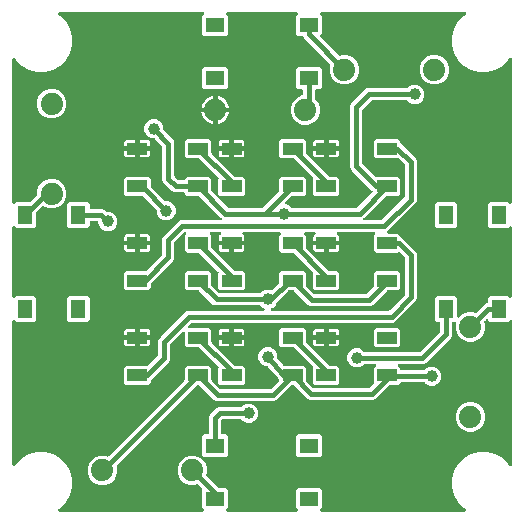
<source format=gbr>
G04 EAGLE Gerber RS-274X export*
G75*
%MOMM*%
%FSLAX34Y34*%
%LPD*%
%INTop Copper*%
%IPPOS*%
%AMOC8*
5,1,8,0,0,1.08239X$1,22.5*%
G01*
%ADD10R,1.651000X1.000000*%
%ADD11R,1.550000X1.300000*%
%ADD12R,1.300000X1.550000*%
%ADD13C,1.879600*%
%ADD14C,1.006400*%
%ADD15C,0.406400*%

G36*
X172204Y10927D02*
X172204Y10927D01*
X172233Y10924D01*
X172344Y10947D01*
X172456Y10963D01*
X172483Y10975D01*
X172512Y10980D01*
X172612Y11033D01*
X172716Y11079D01*
X172738Y11098D01*
X172764Y11111D01*
X172846Y11189D01*
X172933Y11262D01*
X172949Y11287D01*
X172970Y11307D01*
X173027Y11405D01*
X173090Y11499D01*
X173099Y11527D01*
X173114Y11552D01*
X173142Y11662D01*
X173176Y11770D01*
X173177Y11800D01*
X173184Y11828D01*
X173180Y11941D01*
X173183Y12054D01*
X173176Y12083D01*
X173175Y12112D01*
X173140Y12220D01*
X173111Y12329D01*
X173097Y12355D01*
X173087Y12383D01*
X173042Y12447D01*
X172966Y12574D01*
X172921Y12617D01*
X172893Y12656D01*
X171701Y13847D01*
X171701Y29693D01*
X171689Y29780D01*
X171686Y29867D01*
X171669Y29920D01*
X171661Y29974D01*
X171626Y30054D01*
X171599Y30137D01*
X171571Y30177D01*
X171545Y30234D01*
X171449Y30347D01*
X171404Y30411D01*
X168175Y33639D01*
X168174Y33640D01*
X168173Y33642D01*
X168055Y33730D01*
X167948Y33810D01*
X167947Y33811D01*
X167945Y33812D01*
X167812Y33862D01*
X167682Y33912D01*
X167681Y33912D01*
X167679Y33912D01*
X167535Y33924D01*
X167399Y33935D01*
X167398Y33935D01*
X167396Y33935D01*
X167380Y33931D01*
X167120Y33879D01*
X167093Y33865D01*
X167069Y33860D01*
X165726Y33303D01*
X160774Y33303D01*
X156199Y35198D01*
X152698Y38699D01*
X150803Y43274D01*
X150803Y48226D01*
X152698Y52801D01*
X156199Y56302D01*
X160774Y58197D01*
X165726Y58197D01*
X170301Y56302D01*
X173802Y52801D01*
X175697Y48226D01*
X175697Y43274D01*
X175140Y41931D01*
X175140Y41930D01*
X175139Y41928D01*
X175105Y41795D01*
X175069Y41656D01*
X175070Y41654D01*
X175069Y41653D01*
X175074Y41512D01*
X175078Y41372D01*
X175078Y41370D01*
X175078Y41369D01*
X175121Y41236D01*
X175164Y41101D01*
X175165Y41100D01*
X175166Y41098D01*
X175174Y41086D01*
X175323Y40865D01*
X175346Y40845D01*
X175361Y40825D01*
X184729Y31456D01*
X184799Y31404D01*
X184863Y31344D01*
X184912Y31318D01*
X184956Y31285D01*
X185038Y31254D01*
X185116Y31214D01*
X185164Y31206D01*
X185222Y31184D01*
X185370Y31172D01*
X185447Y31159D01*
X191513Y31159D01*
X193299Y29373D01*
X193299Y13847D01*
X192107Y12656D01*
X192090Y12632D01*
X192067Y12613D01*
X192005Y12519D01*
X191937Y12429D01*
X191926Y12401D01*
X191910Y12377D01*
X191876Y12269D01*
X191835Y12163D01*
X191833Y12134D01*
X191824Y12106D01*
X191821Y11992D01*
X191812Y11880D01*
X191817Y11851D01*
X191817Y11822D01*
X191845Y11712D01*
X191868Y11601D01*
X191881Y11575D01*
X191889Y11547D01*
X191946Y11449D01*
X191999Y11349D01*
X192019Y11327D01*
X192034Y11302D01*
X192116Y11225D01*
X192194Y11143D01*
X192220Y11128D01*
X192241Y11108D01*
X192342Y11056D01*
X192440Y10999D01*
X192468Y10992D01*
X192494Y10978D01*
X192572Y10965D01*
X192715Y10929D01*
X192778Y10931D01*
X192825Y10923D01*
X251675Y10923D01*
X251704Y10927D01*
X251733Y10924D01*
X251844Y10947D01*
X251956Y10963D01*
X251983Y10975D01*
X252012Y10980D01*
X252112Y11033D01*
X252216Y11079D01*
X252238Y11098D01*
X252264Y11111D01*
X252346Y11189D01*
X252433Y11262D01*
X252449Y11287D01*
X252470Y11307D01*
X252527Y11405D01*
X252590Y11499D01*
X252599Y11527D01*
X252614Y11552D01*
X252642Y11662D01*
X252676Y11770D01*
X252677Y11800D01*
X252684Y11828D01*
X252680Y11941D01*
X252683Y12054D01*
X252676Y12083D01*
X252675Y12112D01*
X252640Y12220D01*
X252611Y12329D01*
X252597Y12355D01*
X252587Y12383D01*
X252542Y12447D01*
X252466Y12574D01*
X252421Y12617D01*
X252393Y12656D01*
X251201Y13847D01*
X251201Y29373D01*
X252987Y31159D01*
X271013Y31159D01*
X272799Y29373D01*
X272799Y13847D01*
X271607Y12656D01*
X271590Y12632D01*
X271567Y12613D01*
X271505Y12519D01*
X271437Y12429D01*
X271426Y12401D01*
X271410Y12377D01*
X271376Y12269D01*
X271335Y12163D01*
X271333Y12134D01*
X271324Y12106D01*
X271321Y11992D01*
X271312Y11880D01*
X271317Y11851D01*
X271317Y11822D01*
X271345Y11712D01*
X271368Y11601D01*
X271381Y11575D01*
X271389Y11547D01*
X271446Y11449D01*
X271499Y11349D01*
X271519Y11327D01*
X271534Y11302D01*
X271616Y11225D01*
X271694Y11143D01*
X271720Y11128D01*
X271741Y11108D01*
X271842Y11056D01*
X271940Y10999D01*
X271968Y10992D01*
X271994Y10978D01*
X272072Y10965D01*
X272215Y10929D01*
X272278Y10931D01*
X272325Y10923D01*
X394073Y10923D01*
X394092Y10925D01*
X394112Y10923D01*
X394232Y10945D01*
X394354Y10963D01*
X394372Y10971D01*
X394391Y10974D01*
X394501Y11028D01*
X394614Y11079D01*
X394629Y11091D01*
X394646Y11100D01*
X394737Y11183D01*
X394831Y11262D01*
X394841Y11279D01*
X394856Y11292D01*
X394920Y11397D01*
X394988Y11499D01*
X394994Y11518D01*
X395004Y11534D01*
X395037Y11653D01*
X395074Y11770D01*
X395074Y11790D01*
X395080Y11809D01*
X395078Y11931D01*
X395081Y12054D01*
X395076Y12073D01*
X395076Y12093D01*
X395040Y12211D01*
X395009Y12329D01*
X394999Y12346D01*
X394994Y12365D01*
X394927Y12469D01*
X394864Y12574D01*
X394850Y12587D01*
X394839Y12604D01*
X394782Y12651D01*
X394657Y12768D01*
X394611Y12792D01*
X394580Y12817D01*
X393124Y13658D01*
X388158Y18624D01*
X384647Y24705D01*
X382829Y31489D01*
X382829Y38511D01*
X384647Y45295D01*
X388158Y51376D01*
X393124Y56342D01*
X399205Y59853D01*
X405989Y61671D01*
X413011Y61671D01*
X419795Y59853D01*
X425876Y56342D01*
X430842Y51376D01*
X431683Y49920D01*
X431695Y49904D01*
X431703Y49886D01*
X431782Y49793D01*
X431858Y49696D01*
X431874Y49684D01*
X431887Y49669D01*
X431989Y49601D01*
X432088Y49529D01*
X432107Y49523D01*
X432123Y49512D01*
X432240Y49475D01*
X432356Y49433D01*
X432376Y49432D01*
X432394Y49426D01*
X432517Y49423D01*
X432640Y49415D01*
X432659Y49419D01*
X432678Y49419D01*
X432797Y49450D01*
X432917Y49476D01*
X432935Y49486D01*
X432953Y49491D01*
X433059Y49553D01*
X433167Y49612D01*
X433181Y49626D01*
X433198Y49636D01*
X433282Y49725D01*
X433369Y49812D01*
X433379Y49829D01*
X433392Y49843D01*
X433448Y49953D01*
X433508Y50060D01*
X433513Y50079D01*
X433522Y50096D01*
X433534Y50169D01*
X433573Y50337D01*
X433571Y50388D01*
X433577Y50427D01*
X433577Y172175D01*
X433573Y172204D01*
X433576Y172233D01*
X433553Y172344D01*
X433537Y172456D01*
X433525Y172483D01*
X433520Y172512D01*
X433467Y172612D01*
X433421Y172716D01*
X433402Y172738D01*
X433389Y172764D01*
X433311Y172846D01*
X433238Y172933D01*
X433213Y172949D01*
X433193Y172970D01*
X433095Y173027D01*
X433001Y173090D01*
X432973Y173099D01*
X432948Y173114D01*
X432838Y173142D01*
X432730Y173176D01*
X432700Y173177D01*
X432672Y173184D01*
X432559Y173180D01*
X432446Y173183D01*
X432417Y173176D01*
X432388Y173175D01*
X432280Y173140D01*
X432171Y173111D01*
X432145Y173097D01*
X432117Y173087D01*
X432053Y173042D01*
X431926Y172966D01*
X431883Y172921D01*
X431844Y172893D01*
X430653Y171701D01*
X415127Y171701D01*
X413425Y173404D01*
X413378Y173439D01*
X413338Y173481D01*
X413265Y173524D01*
X413198Y173575D01*
X413143Y173595D01*
X413092Y173625D01*
X413011Y173646D01*
X412932Y173676D01*
X412874Y173681D01*
X412817Y173695D01*
X412733Y173692D01*
X412649Y173699D01*
X412591Y173688D01*
X412533Y173686D01*
X412453Y173660D01*
X412370Y173644D01*
X412318Y173617D01*
X412262Y173599D01*
X412206Y173558D01*
X412118Y173513D01*
X412045Y173444D01*
X411989Y173404D01*
X410761Y172175D01*
X410760Y172174D01*
X410758Y172173D01*
X410670Y172055D01*
X410590Y171948D01*
X410589Y171947D01*
X410588Y171945D01*
X410538Y171812D01*
X410488Y171682D01*
X410488Y171681D01*
X410488Y171679D01*
X410476Y171535D01*
X410465Y171399D01*
X410465Y171398D01*
X410465Y171396D01*
X410469Y171380D01*
X410521Y171120D01*
X410535Y171093D01*
X410540Y171069D01*
X411097Y169726D01*
X411097Y164774D01*
X409202Y160199D01*
X405701Y156698D01*
X401126Y154803D01*
X396174Y154803D01*
X391599Y156698D01*
X388098Y160199D01*
X386203Y164774D01*
X386203Y169726D01*
X386440Y170297D01*
X386469Y170409D01*
X386503Y170518D01*
X386504Y170546D01*
X386511Y170573D01*
X386508Y170687D01*
X386511Y170802D01*
X386504Y170829D01*
X386503Y170857D01*
X386468Y170966D01*
X386439Y171077D01*
X386425Y171101D01*
X386416Y171128D01*
X386352Y171223D01*
X386294Y171322D01*
X386273Y171341D01*
X386258Y171364D01*
X386170Y171438D01*
X386086Y171516D01*
X386062Y171529D01*
X386040Y171547D01*
X385935Y171593D01*
X385833Y171646D01*
X385809Y171650D01*
X385781Y171662D01*
X385517Y171699D01*
X385502Y171701D01*
X383986Y171701D01*
X383928Y171693D01*
X383870Y171695D01*
X383788Y171673D01*
X383704Y171661D01*
X383651Y171638D01*
X383595Y171623D01*
X383522Y171580D01*
X383445Y171545D01*
X383400Y171507D01*
X383350Y171478D01*
X383292Y171416D01*
X383228Y171362D01*
X383196Y171313D01*
X383156Y171270D01*
X383117Y171195D01*
X383070Y171125D01*
X383053Y171069D01*
X383026Y171017D01*
X383015Y170949D01*
X382985Y170854D01*
X382982Y170754D01*
X382971Y170686D01*
X382971Y159879D01*
X382197Y158012D01*
X360878Y136693D01*
X359011Y135919D01*
X338368Y135919D01*
X338339Y135915D01*
X338310Y135918D01*
X338199Y135895D01*
X338087Y135879D01*
X338060Y135867D01*
X338031Y135862D01*
X337931Y135809D01*
X337827Y135763D01*
X337805Y135744D01*
X337779Y135731D01*
X337697Y135653D01*
X337610Y135580D01*
X337594Y135555D01*
X337573Y135535D01*
X337516Y135437D01*
X337453Y135343D01*
X337444Y135315D01*
X337429Y135290D01*
X337401Y135180D01*
X337367Y135072D01*
X337366Y135042D01*
X337359Y135014D01*
X337363Y134901D01*
X337360Y134788D01*
X337367Y134759D01*
X337368Y134730D01*
X337403Y134622D01*
X337432Y134513D01*
X337447Y134487D01*
X337456Y134459D01*
X337501Y134396D01*
X337577Y134268D01*
X337622Y134225D01*
X337650Y134186D01*
X339324Y132513D01*
X339324Y131596D01*
X339332Y131538D01*
X339330Y131480D01*
X339352Y131398D01*
X339364Y131314D01*
X339387Y131261D01*
X339402Y131205D01*
X339445Y131132D01*
X339480Y131055D01*
X339518Y131010D01*
X339547Y130960D01*
X339609Y130902D01*
X339663Y130838D01*
X339712Y130806D01*
X339755Y130766D01*
X339830Y130727D01*
X339900Y130680D01*
X339956Y130663D01*
X340008Y130636D01*
X340076Y130625D01*
X340171Y130595D01*
X340271Y130592D01*
X340339Y130581D01*
X359232Y130581D01*
X359319Y130593D01*
X359406Y130596D01*
X359459Y130613D01*
X359514Y130621D01*
X359594Y130656D01*
X359677Y130683D01*
X359716Y130711D01*
X359773Y130737D01*
X359887Y130833D01*
X359950Y130878D01*
X361423Y132350D01*
X364393Y133581D01*
X367607Y133581D01*
X370577Y132350D01*
X372850Y130077D01*
X374081Y127107D01*
X374081Y123893D01*
X372850Y120923D01*
X370577Y118650D01*
X367607Y117419D01*
X364393Y117419D01*
X361423Y118650D01*
X359950Y120122D01*
X359880Y120174D01*
X359817Y120234D01*
X359767Y120260D01*
X359723Y120293D01*
X359641Y120324D01*
X359563Y120364D01*
X359516Y120372D01*
X359457Y120394D01*
X359310Y120406D01*
X359232Y120419D01*
X340176Y120419D01*
X340090Y120407D01*
X340002Y120404D01*
X339950Y120387D01*
X339895Y120379D01*
X339815Y120344D01*
X339732Y120317D01*
X339693Y120289D01*
X339635Y120263D01*
X339522Y120167D01*
X339458Y120122D01*
X337538Y118201D01*
X330307Y118201D01*
X330220Y118189D01*
X330133Y118186D01*
X330080Y118169D01*
X330026Y118161D01*
X329946Y118126D01*
X329862Y118099D01*
X329823Y118071D01*
X329766Y118045D01*
X329653Y117949D01*
X329589Y117904D01*
X317878Y106193D01*
X316011Y105419D01*
X262759Y105419D01*
X260892Y106193D01*
X259320Y107765D01*
X249181Y117904D01*
X249111Y117956D01*
X249047Y118016D01*
X248998Y118042D01*
X248954Y118075D01*
X248872Y118106D01*
X248794Y118146D01*
X248746Y118154D01*
X248688Y118176D01*
X248540Y118188D01*
X248463Y118201D01*
X247577Y118201D01*
X247490Y118189D01*
X247403Y118186D01*
X247350Y118169D01*
X247296Y118161D01*
X247216Y118126D01*
X247133Y118099D01*
X247093Y118071D01*
X247036Y118045D01*
X246923Y117949D01*
X246859Y117904D01*
X234148Y105193D01*
X232281Y104419D01*
X183759Y104419D01*
X181892Y105193D01*
X169181Y117904D01*
X169111Y117956D01*
X169047Y118016D01*
X168998Y118042D01*
X168954Y118075D01*
X168872Y118106D01*
X168794Y118146D01*
X168746Y118154D01*
X168688Y118176D01*
X168540Y118188D01*
X168463Y118201D01*
X167577Y118201D01*
X167490Y118189D01*
X167403Y118186D01*
X167350Y118169D01*
X167296Y118161D01*
X167216Y118126D01*
X167133Y118099D01*
X167093Y118071D01*
X167036Y118045D01*
X166923Y117949D01*
X166859Y117904D01*
X99298Y50343D01*
X99297Y50342D01*
X99296Y50341D01*
X99208Y50222D01*
X99127Y50116D01*
X99127Y50114D01*
X99126Y50113D01*
X99075Y49979D01*
X99026Y49850D01*
X99026Y49848D01*
X99025Y49847D01*
X99014Y49703D01*
X99002Y49567D01*
X99003Y49565D01*
X99003Y49564D01*
X99006Y49548D01*
X99058Y49288D01*
X99072Y49261D01*
X99078Y49237D01*
X99497Y48226D01*
X99497Y43274D01*
X97602Y38699D01*
X94101Y35198D01*
X89526Y33303D01*
X84574Y33303D01*
X79999Y35198D01*
X76498Y38699D01*
X74603Y43274D01*
X74603Y48226D01*
X76498Y52801D01*
X79999Y56302D01*
X84574Y58197D01*
X89526Y58197D01*
X91201Y57503D01*
X91203Y57502D01*
X91204Y57502D01*
X91338Y57467D01*
X91476Y57432D01*
X91478Y57432D01*
X91480Y57431D01*
X91620Y57436D01*
X91761Y57440D01*
X91762Y57440D01*
X91764Y57441D01*
X91897Y57483D01*
X92031Y57527D01*
X92033Y57528D01*
X92034Y57528D01*
X92046Y57537D01*
X92268Y57685D01*
X92287Y57708D01*
X92308Y57723D01*
X156419Y121834D01*
X156471Y121904D01*
X156531Y121968D01*
X156557Y122017D01*
X156590Y122061D01*
X156621Y122143D01*
X156661Y122221D01*
X156669Y122269D01*
X156691Y122327D01*
X156699Y122422D01*
X156702Y122432D01*
X156703Y122475D01*
X156716Y122552D01*
X156716Y132513D01*
X158502Y134299D01*
X177538Y134299D01*
X179324Y132513D01*
X179324Y122552D01*
X179331Y122502D01*
X179330Y122484D01*
X179336Y122462D01*
X179339Y122378D01*
X179356Y122325D01*
X179364Y122271D01*
X179399Y122191D01*
X179426Y122108D01*
X179454Y122068D01*
X179480Y122011D01*
X179576Y121898D01*
X179621Y121834D01*
X186577Y114878D01*
X186647Y114826D01*
X186711Y114766D01*
X186760Y114740D01*
X186804Y114707D01*
X186886Y114676D01*
X186964Y114636D01*
X187012Y114628D01*
X187070Y114606D01*
X187218Y114594D01*
X187295Y114581D01*
X228745Y114581D01*
X228832Y114593D01*
X228919Y114596D01*
X228972Y114613D01*
X229026Y114621D01*
X229106Y114656D01*
X229189Y114683D01*
X229229Y114711D01*
X229286Y114737D01*
X229399Y114833D01*
X229463Y114878D01*
X236232Y121647D01*
X236267Y121694D01*
X236309Y121734D01*
X236352Y121807D01*
X236403Y121874D01*
X236424Y121929D01*
X236453Y121979D01*
X236474Y122061D01*
X236504Y122140D01*
X236509Y122198D01*
X236523Y122255D01*
X236521Y122339D01*
X236528Y122423D01*
X236516Y122481D01*
X236514Y122539D01*
X236488Y122619D01*
X236472Y122702D01*
X236445Y122754D01*
X236427Y122810D01*
X236387Y122866D01*
X236341Y122954D01*
X236272Y123027D01*
X236232Y123083D01*
X235943Y123372D01*
X235917Y123435D01*
X235772Y123680D01*
X235762Y123690D01*
X235756Y123700D01*
X227463Y133558D01*
X227365Y133645D01*
X227270Y133734D01*
X227260Y133740D01*
X227251Y133747D01*
X227134Y133804D01*
X227017Y133864D01*
X227007Y133866D01*
X226995Y133871D01*
X226715Y133919D01*
X226699Y133917D01*
X226686Y133919D01*
X225393Y133919D01*
X222423Y135150D01*
X220150Y137423D01*
X218919Y140393D01*
X218919Y143607D01*
X220150Y146577D01*
X222423Y148850D01*
X225393Y150081D01*
X228607Y150081D01*
X231577Y148850D01*
X233850Y146577D01*
X235081Y143607D01*
X235081Y140657D01*
X235087Y140614D01*
X235085Y140570D01*
X235107Y140473D01*
X235121Y140376D01*
X235139Y140335D01*
X235148Y140293D01*
X235187Y140227D01*
X235237Y140116D01*
X235289Y140055D01*
X235319Y140004D01*
X239814Y134660D01*
X239911Y134573D01*
X240007Y134484D01*
X240017Y134478D01*
X240026Y134471D01*
X240143Y134414D01*
X240260Y134354D01*
X240270Y134352D01*
X240282Y134347D01*
X240562Y134299D01*
X240578Y134301D01*
X240591Y134299D01*
X257538Y134299D01*
X259324Y132513D01*
X259324Y122552D01*
X259331Y122502D01*
X259330Y122484D01*
X259336Y122462D01*
X259339Y122378D01*
X259356Y122325D01*
X259364Y122271D01*
X259399Y122191D01*
X259426Y122107D01*
X259454Y122068D01*
X259480Y122011D01*
X259576Y121898D01*
X259621Y121834D01*
X265577Y115878D01*
X265647Y115826D01*
X265711Y115766D01*
X265760Y115740D01*
X265804Y115707D01*
X265886Y115676D01*
X265964Y115636D01*
X266012Y115628D01*
X266070Y115606D01*
X266218Y115594D01*
X266295Y115581D01*
X312475Y115581D01*
X312562Y115593D01*
X312649Y115596D01*
X312702Y115613D01*
X312756Y115621D01*
X312836Y115656D01*
X312919Y115683D01*
X312959Y115711D01*
X313016Y115737D01*
X313129Y115833D01*
X313193Y115878D01*
X316419Y119104D01*
X316471Y119174D01*
X316531Y119238D01*
X316557Y119287D01*
X316590Y119331D01*
X316621Y119413D01*
X316661Y119491D01*
X316669Y119539D01*
X316691Y119597D01*
X316703Y119745D01*
X316716Y119822D01*
X316716Y132513D01*
X318390Y134186D01*
X318407Y134210D01*
X318430Y134229D01*
X318492Y134323D01*
X318560Y134413D01*
X318571Y134441D01*
X318587Y134465D01*
X318621Y134573D01*
X318662Y134679D01*
X318664Y134708D01*
X318673Y134736D01*
X318676Y134850D01*
X318685Y134962D01*
X318680Y134991D01*
X318680Y135020D01*
X318652Y135130D01*
X318629Y135241D01*
X318616Y135267D01*
X318608Y135295D01*
X318551Y135393D01*
X318498Y135493D01*
X318478Y135515D01*
X318463Y135540D01*
X318381Y135617D01*
X318303Y135699D01*
X318277Y135714D01*
X318256Y135734D01*
X318155Y135786D01*
X318057Y135843D01*
X318029Y135850D01*
X318003Y135864D01*
X317925Y135877D01*
X317782Y135913D01*
X317719Y135911D01*
X317672Y135919D01*
X309268Y135919D01*
X309181Y135907D01*
X309094Y135904D01*
X309041Y135887D01*
X308986Y135879D01*
X308906Y135844D01*
X308823Y135817D01*
X308784Y135789D01*
X308727Y135763D01*
X308613Y135667D01*
X308550Y135622D01*
X307077Y134150D01*
X304107Y132919D01*
X300893Y132919D01*
X297923Y134150D01*
X295650Y136423D01*
X294419Y139393D01*
X294419Y142607D01*
X295650Y145577D01*
X297923Y147850D01*
X300893Y149081D01*
X304107Y149081D01*
X307077Y147850D01*
X308550Y146378D01*
X308620Y146326D01*
X308683Y146266D01*
X308733Y146240D01*
X308777Y146207D01*
X308859Y146176D01*
X308937Y146136D01*
X308984Y146128D01*
X309043Y146106D01*
X309190Y146094D01*
X309268Y146081D01*
X355475Y146081D01*
X355562Y146093D01*
X355649Y146096D01*
X355702Y146113D01*
X355756Y146121D01*
X355836Y146156D01*
X355919Y146183D01*
X355959Y146211D01*
X356016Y146237D01*
X356129Y146333D01*
X356193Y146378D01*
X372512Y162697D01*
X372564Y162767D01*
X372624Y162831D01*
X372650Y162880D01*
X372683Y162924D01*
X372714Y163006D01*
X372754Y163084D01*
X372762Y163132D01*
X372784Y163190D01*
X372796Y163338D01*
X372809Y163415D01*
X372809Y170686D01*
X372801Y170744D01*
X372803Y170802D01*
X372781Y170884D01*
X372769Y170968D01*
X372746Y171021D01*
X372731Y171077D01*
X372688Y171150D01*
X372653Y171227D01*
X372615Y171272D01*
X372586Y171322D01*
X372524Y171380D01*
X372470Y171444D01*
X372421Y171476D01*
X372378Y171516D01*
X372303Y171555D01*
X372233Y171602D01*
X372177Y171619D01*
X372125Y171646D01*
X372057Y171657D01*
X371962Y171687D01*
X371862Y171690D01*
X371794Y171701D01*
X370127Y171701D01*
X368341Y173487D01*
X368341Y191513D01*
X370127Y193299D01*
X385653Y193299D01*
X387439Y191513D01*
X387439Y176092D01*
X387443Y176063D01*
X387440Y176034D01*
X387463Y175923D01*
X387479Y175811D01*
X387491Y175784D01*
X387496Y175755D01*
X387549Y175654D01*
X387595Y175551D01*
X387614Y175529D01*
X387627Y175503D01*
X387705Y175421D01*
X387778Y175334D01*
X387803Y175318D01*
X387823Y175297D01*
X387921Y175239D01*
X388015Y175177D01*
X388043Y175168D01*
X388068Y175153D01*
X388178Y175125D01*
X388286Y175091D01*
X388316Y175090D01*
X388344Y175083D01*
X388457Y175086D01*
X388570Y175084D01*
X388599Y175091D01*
X388628Y175092D01*
X388736Y175127D01*
X388845Y175155D01*
X388871Y175170D01*
X388899Y175179D01*
X388962Y175225D01*
X389090Y175301D01*
X389133Y175346D01*
X389172Y175374D01*
X391599Y177802D01*
X396174Y179697D01*
X401126Y179697D01*
X402469Y179140D01*
X402470Y179140D01*
X402472Y179139D01*
X402605Y179105D01*
X402744Y179069D01*
X402746Y179070D01*
X402747Y179069D01*
X402888Y179074D01*
X403028Y179078D01*
X403030Y179078D01*
X403031Y179078D01*
X403164Y179121D01*
X403299Y179164D01*
X403300Y179165D01*
X403302Y179166D01*
X403314Y179174D01*
X403535Y179323D01*
X403555Y179346D01*
X403575Y179361D01*
X411022Y186807D01*
X412715Y187508D01*
X412716Y187509D01*
X412717Y187510D01*
X412838Y187581D01*
X412959Y187653D01*
X412960Y187654D01*
X412962Y187655D01*
X413059Y187759D01*
X413155Y187859D01*
X413155Y187861D01*
X413156Y187862D01*
X413221Y187988D01*
X413285Y188112D01*
X413285Y188114D01*
X413286Y188115D01*
X413288Y188130D01*
X413340Y188391D01*
X413337Y188422D01*
X413341Y188446D01*
X413341Y191513D01*
X415127Y193299D01*
X430653Y193299D01*
X431844Y192107D01*
X431868Y192090D01*
X431887Y192067D01*
X431981Y192005D01*
X432071Y191937D01*
X432099Y191926D01*
X432123Y191910D01*
X432231Y191876D01*
X432337Y191835D01*
X432366Y191833D01*
X432394Y191824D01*
X432508Y191821D01*
X432620Y191812D01*
X432649Y191817D01*
X432678Y191817D01*
X432788Y191845D01*
X432899Y191868D01*
X432925Y191881D01*
X432953Y191889D01*
X433051Y191946D01*
X433151Y191999D01*
X433173Y192019D01*
X433198Y192034D01*
X433275Y192116D01*
X433357Y192194D01*
X433372Y192220D01*
X433392Y192241D01*
X433444Y192342D01*
X433501Y192440D01*
X433508Y192468D01*
X433522Y192494D01*
X433535Y192572D01*
X433571Y192715D01*
X433569Y192778D01*
X433577Y192825D01*
X433577Y251675D01*
X433573Y251704D01*
X433576Y251733D01*
X433553Y251844D01*
X433537Y251956D01*
X433525Y251983D01*
X433520Y252012D01*
X433467Y252112D01*
X433421Y252216D01*
X433402Y252238D01*
X433389Y252264D01*
X433311Y252346D01*
X433238Y252433D01*
X433213Y252449D01*
X433193Y252470D01*
X433095Y252527D01*
X433001Y252590D01*
X432973Y252599D01*
X432948Y252614D01*
X432838Y252642D01*
X432730Y252676D01*
X432700Y252677D01*
X432672Y252684D01*
X432559Y252680D01*
X432446Y252683D01*
X432417Y252676D01*
X432388Y252675D01*
X432280Y252640D01*
X432171Y252611D01*
X432145Y252597D01*
X432117Y252587D01*
X432053Y252542D01*
X431926Y252466D01*
X431883Y252421D01*
X431844Y252393D01*
X430653Y251201D01*
X415127Y251201D01*
X413341Y252987D01*
X413341Y271013D01*
X415127Y272799D01*
X430653Y272799D01*
X431844Y271607D01*
X431868Y271590D01*
X431887Y271567D01*
X431981Y271505D01*
X432071Y271437D01*
X432099Y271426D01*
X432123Y271410D01*
X432231Y271376D01*
X432337Y271335D01*
X432366Y271333D01*
X432394Y271324D01*
X432508Y271321D01*
X432620Y271312D01*
X432649Y271317D01*
X432678Y271317D01*
X432788Y271345D01*
X432899Y271368D01*
X432925Y271381D01*
X432953Y271389D01*
X433051Y271446D01*
X433151Y271499D01*
X433173Y271519D01*
X433198Y271534D01*
X433275Y271616D01*
X433357Y271694D01*
X433372Y271720D01*
X433392Y271741D01*
X433444Y271842D01*
X433501Y271940D01*
X433508Y271968D01*
X433522Y271994D01*
X433535Y272072D01*
X433571Y272215D01*
X433569Y272278D01*
X433577Y272325D01*
X433577Y394073D01*
X433575Y394092D01*
X433577Y394112D01*
X433555Y394232D01*
X433537Y394354D01*
X433529Y394372D01*
X433526Y394391D01*
X433472Y394501D01*
X433421Y394614D01*
X433409Y394629D01*
X433400Y394646D01*
X433317Y394737D01*
X433238Y394831D01*
X433221Y394841D01*
X433208Y394856D01*
X433103Y394920D01*
X433001Y394988D01*
X432982Y394994D01*
X432966Y395004D01*
X432847Y395037D01*
X432730Y395074D01*
X432710Y395074D01*
X432691Y395080D01*
X432569Y395078D01*
X432446Y395081D01*
X432427Y395076D01*
X432407Y395076D01*
X432289Y395040D01*
X432171Y395009D01*
X432154Y394999D01*
X432135Y394994D01*
X432031Y394927D01*
X431926Y394864D01*
X431913Y394850D01*
X431896Y394839D01*
X431849Y394782D01*
X431732Y394657D01*
X431708Y394611D01*
X431683Y394580D01*
X430842Y393124D01*
X425876Y388158D01*
X419795Y384647D01*
X413011Y382829D01*
X405989Y382829D01*
X399205Y384647D01*
X393124Y388158D01*
X388158Y393124D01*
X384647Y399205D01*
X382829Y405989D01*
X382829Y413011D01*
X384647Y419795D01*
X388158Y425876D01*
X393124Y430842D01*
X394580Y431683D01*
X394596Y431695D01*
X394614Y431703D01*
X394707Y431782D01*
X394804Y431858D01*
X394816Y431874D01*
X394831Y431887D01*
X394899Y431989D01*
X394971Y432088D01*
X394977Y432107D01*
X394988Y432123D01*
X395025Y432240D01*
X395067Y432356D01*
X395068Y432376D01*
X395074Y432394D01*
X395077Y432517D01*
X395085Y432640D01*
X395081Y432659D01*
X395081Y432678D01*
X395050Y432797D01*
X395024Y432917D01*
X395014Y432935D01*
X395009Y432953D01*
X394947Y433059D01*
X394888Y433167D01*
X394874Y433181D01*
X394864Y433198D01*
X394775Y433282D01*
X394688Y433369D01*
X394671Y433379D01*
X394657Y433392D01*
X394547Y433448D01*
X394440Y433508D01*
X394421Y433513D01*
X394404Y433522D01*
X394331Y433534D01*
X394163Y433573D01*
X394112Y433571D01*
X394073Y433577D01*
X272325Y433577D01*
X272296Y433573D01*
X272267Y433576D01*
X272156Y433553D01*
X272044Y433537D01*
X272017Y433525D01*
X271988Y433520D01*
X271888Y433467D01*
X271784Y433421D01*
X271762Y433402D01*
X271736Y433389D01*
X271654Y433311D01*
X271567Y433238D01*
X271551Y433213D01*
X271530Y433193D01*
X271473Y433095D01*
X271410Y433001D01*
X271401Y432973D01*
X271386Y432948D01*
X271358Y432838D01*
X271324Y432730D01*
X271323Y432700D01*
X271316Y432672D01*
X271320Y432559D01*
X271317Y432446D01*
X271324Y432417D01*
X271325Y432388D01*
X271360Y432280D01*
X271389Y432171D01*
X271403Y432145D01*
X271413Y432117D01*
X271458Y432053D01*
X271534Y431926D01*
X271579Y431883D01*
X271607Y431844D01*
X272799Y430653D01*
X272799Y415127D01*
X271646Y413975D01*
X271611Y413928D01*
X271569Y413888D01*
X271526Y413815D01*
X271475Y413748D01*
X271455Y413693D01*
X271425Y413642D01*
X271404Y413561D01*
X271374Y413482D01*
X271369Y413424D01*
X271355Y413367D01*
X271358Y413283D01*
X271351Y413199D01*
X271362Y413141D01*
X271364Y413083D01*
X271390Y413003D01*
X271406Y412920D01*
X271433Y412868D01*
X271451Y412812D01*
X271491Y412756D01*
X271537Y412668D01*
X271606Y412595D01*
X271646Y412539D01*
X287025Y397161D01*
X287026Y397160D01*
X287027Y397158D01*
X287145Y397070D01*
X287252Y396990D01*
X287253Y396989D01*
X287255Y396988D01*
X287388Y396938D01*
X287518Y396888D01*
X287519Y396888D01*
X287521Y396888D01*
X287665Y396876D01*
X287801Y396865D01*
X287802Y396865D01*
X287804Y396865D01*
X287820Y396869D01*
X288080Y396921D01*
X288107Y396935D01*
X288131Y396940D01*
X289474Y397497D01*
X294426Y397497D01*
X299001Y395602D01*
X302502Y392101D01*
X304397Y387526D01*
X304397Y382574D01*
X302502Y377999D01*
X299001Y374498D01*
X294426Y372603D01*
X289474Y372603D01*
X284899Y374498D01*
X281398Y377999D01*
X279503Y382574D01*
X279503Y387526D01*
X280060Y388869D01*
X280060Y388870D01*
X280061Y388872D01*
X280095Y389005D01*
X280131Y389144D01*
X280130Y389146D01*
X280131Y389147D01*
X280126Y389288D01*
X280122Y389428D01*
X280122Y389430D01*
X280122Y389431D01*
X280079Y389564D01*
X280036Y389699D01*
X280035Y389700D01*
X280034Y389702D01*
X280026Y389714D01*
X279877Y389935D01*
X279854Y389955D01*
X279839Y389975D01*
X257693Y412122D01*
X257447Y412715D01*
X257447Y412716D01*
X257446Y412717D01*
X257375Y412838D01*
X257303Y412959D01*
X257302Y412960D01*
X257301Y412962D01*
X257197Y413059D01*
X257096Y413155D01*
X257095Y413155D01*
X257094Y413156D01*
X256968Y413221D01*
X256843Y413285D01*
X256842Y413285D01*
X256840Y413286D01*
X256826Y413288D01*
X256564Y413340D01*
X256534Y413337D01*
X256509Y413341D01*
X252987Y413341D01*
X251201Y415127D01*
X251201Y430653D01*
X252393Y431844D01*
X252410Y431868D01*
X252433Y431887D01*
X252495Y431981D01*
X252563Y432071D01*
X252574Y432099D01*
X252590Y432123D01*
X252624Y432231D01*
X252665Y432337D01*
X252667Y432366D01*
X252676Y432394D01*
X252679Y432508D01*
X252688Y432620D01*
X252683Y432649D01*
X252683Y432678D01*
X252655Y432788D01*
X252632Y432899D01*
X252619Y432925D01*
X252611Y432953D01*
X252554Y433051D01*
X252501Y433151D01*
X252481Y433173D01*
X252466Y433198D01*
X252384Y433275D01*
X252306Y433357D01*
X252280Y433372D01*
X252259Y433392D01*
X252158Y433444D01*
X252060Y433501D01*
X252032Y433508D01*
X252006Y433522D01*
X251928Y433535D01*
X251785Y433571D01*
X251722Y433569D01*
X251675Y433577D01*
X192825Y433577D01*
X192796Y433573D01*
X192767Y433576D01*
X192656Y433553D01*
X192544Y433537D01*
X192517Y433525D01*
X192488Y433520D01*
X192388Y433467D01*
X192284Y433421D01*
X192262Y433402D01*
X192236Y433389D01*
X192154Y433311D01*
X192067Y433238D01*
X192051Y433213D01*
X192030Y433193D01*
X191973Y433095D01*
X191910Y433001D01*
X191901Y432973D01*
X191886Y432948D01*
X191858Y432838D01*
X191824Y432730D01*
X191823Y432700D01*
X191816Y432672D01*
X191820Y432559D01*
X191817Y432446D01*
X191824Y432417D01*
X191825Y432388D01*
X191860Y432280D01*
X191889Y432171D01*
X191903Y432145D01*
X191913Y432117D01*
X191958Y432053D01*
X192034Y431926D01*
X192079Y431883D01*
X192107Y431844D01*
X193299Y430653D01*
X193299Y415127D01*
X191513Y413341D01*
X173487Y413341D01*
X171701Y415127D01*
X171701Y430653D01*
X172893Y431844D01*
X172910Y431868D01*
X172933Y431887D01*
X172995Y431981D01*
X173063Y432071D01*
X173074Y432099D01*
X173090Y432123D01*
X173124Y432231D01*
X173165Y432337D01*
X173167Y432366D01*
X173176Y432394D01*
X173179Y432508D01*
X173188Y432620D01*
X173183Y432649D01*
X173183Y432678D01*
X173155Y432788D01*
X173132Y432899D01*
X173119Y432925D01*
X173111Y432953D01*
X173054Y433051D01*
X173001Y433151D01*
X172981Y433173D01*
X172966Y433198D01*
X172884Y433275D01*
X172806Y433357D01*
X172780Y433372D01*
X172759Y433392D01*
X172658Y433444D01*
X172560Y433501D01*
X172532Y433508D01*
X172506Y433522D01*
X172428Y433535D01*
X172285Y433571D01*
X172222Y433569D01*
X172175Y433577D01*
X50427Y433577D01*
X50408Y433575D01*
X50388Y433577D01*
X50268Y433555D01*
X50146Y433537D01*
X50128Y433529D01*
X50109Y433526D01*
X49999Y433472D01*
X49886Y433421D01*
X49871Y433409D01*
X49854Y433400D01*
X49763Y433317D01*
X49669Y433238D01*
X49659Y433221D01*
X49644Y433208D01*
X49580Y433103D01*
X49512Y433001D01*
X49506Y432982D01*
X49496Y432966D01*
X49463Y432847D01*
X49426Y432730D01*
X49426Y432710D01*
X49420Y432691D01*
X49422Y432569D01*
X49419Y432446D01*
X49424Y432427D01*
X49424Y432407D01*
X49460Y432289D01*
X49491Y432171D01*
X49501Y432154D01*
X49506Y432135D01*
X49573Y432031D01*
X49636Y431926D01*
X49650Y431913D01*
X49661Y431896D01*
X49718Y431849D01*
X49843Y431732D01*
X49889Y431708D01*
X49920Y431683D01*
X51376Y430842D01*
X56342Y425876D01*
X59853Y419795D01*
X61671Y413011D01*
X61671Y405989D01*
X59853Y399205D01*
X56342Y393124D01*
X51376Y388158D01*
X45295Y384647D01*
X38511Y382829D01*
X31489Y382829D01*
X24705Y384647D01*
X18624Y388158D01*
X13658Y393124D01*
X12817Y394580D01*
X12805Y394596D01*
X12797Y394614D01*
X12718Y394707D01*
X12642Y394804D01*
X12626Y394816D01*
X12613Y394831D01*
X12511Y394899D01*
X12412Y394971D01*
X12393Y394977D01*
X12377Y394988D01*
X12260Y395025D01*
X12144Y395067D01*
X12124Y395068D01*
X12106Y395074D01*
X11983Y395077D01*
X11860Y395085D01*
X11841Y395081D01*
X11822Y395081D01*
X11703Y395050D01*
X11583Y395024D01*
X11565Y395014D01*
X11547Y395009D01*
X11441Y394947D01*
X11333Y394888D01*
X11319Y394874D01*
X11302Y394864D01*
X11218Y394775D01*
X11131Y394688D01*
X11121Y394671D01*
X11108Y394657D01*
X11052Y394547D01*
X10992Y394440D01*
X10987Y394421D01*
X10978Y394404D01*
X10966Y394331D01*
X10927Y394163D01*
X10929Y394112D01*
X10923Y394073D01*
X10923Y272325D01*
X10927Y272296D01*
X10924Y272267D01*
X10947Y272156D01*
X10963Y272044D01*
X10975Y272017D01*
X10980Y271988D01*
X11033Y271888D01*
X11079Y271784D01*
X11098Y271762D01*
X11111Y271736D01*
X11189Y271654D01*
X11262Y271567D01*
X11287Y271551D01*
X11307Y271530D01*
X11405Y271473D01*
X11499Y271410D01*
X11527Y271401D01*
X11552Y271386D01*
X11662Y271358D01*
X11770Y271324D01*
X11800Y271323D01*
X11828Y271316D01*
X11941Y271320D01*
X12054Y271317D01*
X12083Y271324D01*
X12112Y271325D01*
X12220Y271360D01*
X12329Y271389D01*
X12355Y271403D01*
X12383Y271413D01*
X12447Y271458D01*
X12574Y271534D01*
X12617Y271579D01*
X12656Y271607D01*
X13847Y272799D01*
X24803Y272799D01*
X24890Y272811D01*
X24977Y272814D01*
X25030Y272831D01*
X25084Y272839D01*
X25164Y272874D01*
X25247Y272901D01*
X25287Y272929D01*
X25344Y272955D01*
X25457Y273051D01*
X25521Y273096D01*
X31406Y278981D01*
X31458Y279051D01*
X31518Y279115D01*
X31544Y279164D01*
X31577Y279208D01*
X31608Y279290D01*
X31648Y279368D01*
X31656Y279416D01*
X31678Y279474D01*
X31690Y279622D01*
X31703Y279699D01*
X31703Y282526D01*
X33598Y287101D01*
X37099Y290602D01*
X41674Y292497D01*
X46626Y292497D01*
X51201Y290602D01*
X54702Y287101D01*
X56597Y282526D01*
X56597Y277574D01*
X54702Y272999D01*
X51201Y269498D01*
X46626Y267603D01*
X41674Y267603D01*
X37156Y269475D01*
X37155Y269475D01*
X37153Y269476D01*
X37019Y269510D01*
X36881Y269546D01*
X36879Y269546D01*
X36878Y269546D01*
X36737Y269541D01*
X36597Y269537D01*
X36595Y269537D01*
X36594Y269537D01*
X36461Y269494D01*
X36326Y269451D01*
X36325Y269450D01*
X36323Y269449D01*
X36311Y269441D01*
X36090Y269293D01*
X36070Y269269D01*
X36050Y269255D01*
X31456Y264661D01*
X31404Y264591D01*
X31344Y264527D01*
X31318Y264478D01*
X31285Y264434D01*
X31254Y264352D01*
X31214Y264274D01*
X31206Y264226D01*
X31184Y264168D01*
X31172Y264020D01*
X31159Y263943D01*
X31159Y252987D01*
X29373Y251201D01*
X13847Y251201D01*
X12656Y252393D01*
X12632Y252410D01*
X12613Y252433D01*
X12519Y252495D01*
X12429Y252563D01*
X12401Y252574D01*
X12377Y252590D01*
X12269Y252624D01*
X12163Y252665D01*
X12134Y252667D01*
X12106Y252676D01*
X11992Y252679D01*
X11880Y252688D01*
X11851Y252683D01*
X11822Y252683D01*
X11712Y252655D01*
X11601Y252632D01*
X11575Y252619D01*
X11547Y252611D01*
X11449Y252554D01*
X11349Y252501D01*
X11327Y252481D01*
X11302Y252466D01*
X11225Y252384D01*
X11143Y252306D01*
X11128Y252280D01*
X11108Y252259D01*
X11056Y252158D01*
X10999Y252060D01*
X10992Y252032D01*
X10978Y252006D01*
X10965Y251928D01*
X10929Y251785D01*
X10931Y251722D01*
X10923Y251675D01*
X10923Y192825D01*
X10927Y192796D01*
X10924Y192767D01*
X10947Y192656D01*
X10963Y192544D01*
X10975Y192517D01*
X10980Y192488D01*
X11033Y192388D01*
X11079Y192284D01*
X11098Y192262D01*
X11111Y192236D01*
X11189Y192154D01*
X11262Y192067D01*
X11287Y192051D01*
X11307Y192030D01*
X11405Y191973D01*
X11499Y191910D01*
X11527Y191901D01*
X11552Y191886D01*
X11662Y191858D01*
X11770Y191824D01*
X11800Y191823D01*
X11828Y191816D01*
X11941Y191820D01*
X12054Y191817D01*
X12083Y191824D01*
X12112Y191825D01*
X12220Y191860D01*
X12329Y191889D01*
X12355Y191903D01*
X12383Y191913D01*
X12447Y191958D01*
X12574Y192034D01*
X12617Y192079D01*
X12656Y192107D01*
X13847Y193299D01*
X29373Y193299D01*
X31159Y191513D01*
X31159Y173487D01*
X29373Y171701D01*
X13847Y171701D01*
X12656Y172893D01*
X12632Y172910D01*
X12613Y172933D01*
X12519Y172995D01*
X12429Y173063D01*
X12401Y173074D01*
X12377Y173090D01*
X12269Y173124D01*
X12163Y173165D01*
X12134Y173167D01*
X12106Y173176D01*
X11992Y173179D01*
X11880Y173188D01*
X11851Y173183D01*
X11822Y173183D01*
X11712Y173155D01*
X11601Y173132D01*
X11575Y173119D01*
X11547Y173111D01*
X11449Y173054D01*
X11349Y173001D01*
X11327Y172981D01*
X11302Y172966D01*
X11225Y172884D01*
X11143Y172806D01*
X11128Y172780D01*
X11108Y172759D01*
X11056Y172658D01*
X10999Y172560D01*
X10992Y172532D01*
X10978Y172506D01*
X10965Y172428D01*
X10929Y172285D01*
X10931Y172222D01*
X10923Y172175D01*
X10923Y50427D01*
X10925Y50408D01*
X10923Y50388D01*
X10945Y50267D01*
X10963Y50146D01*
X10971Y50128D01*
X10974Y50109D01*
X11029Y49998D01*
X11079Y49886D01*
X11091Y49872D01*
X11100Y49854D01*
X11183Y49763D01*
X11262Y49669D01*
X11279Y49659D01*
X11292Y49644D01*
X11397Y49580D01*
X11499Y49512D01*
X11518Y49506D01*
X11534Y49496D01*
X11653Y49463D01*
X11770Y49426D01*
X11790Y49426D01*
X11809Y49420D01*
X11931Y49422D01*
X12054Y49419D01*
X12073Y49424D01*
X12093Y49424D01*
X12211Y49460D01*
X12329Y49491D01*
X12346Y49501D01*
X12365Y49506D01*
X12468Y49573D01*
X12574Y49636D01*
X12587Y49650D01*
X12604Y49661D01*
X12650Y49718D01*
X12768Y49843D01*
X12792Y49889D01*
X12817Y49920D01*
X13658Y51376D01*
X18624Y56342D01*
X24705Y59853D01*
X31489Y61671D01*
X38511Y61671D01*
X45295Y59853D01*
X51376Y56342D01*
X56342Y51376D01*
X59853Y45295D01*
X61671Y38511D01*
X61671Y31489D01*
X59853Y24705D01*
X56342Y18624D01*
X51376Y13658D01*
X49920Y12817D01*
X49904Y12805D01*
X49886Y12797D01*
X49793Y12718D01*
X49696Y12642D01*
X49684Y12626D01*
X49669Y12613D01*
X49601Y12511D01*
X49529Y12412D01*
X49523Y12393D01*
X49512Y12377D01*
X49475Y12260D01*
X49433Y12144D01*
X49432Y12124D01*
X49426Y12106D01*
X49423Y11983D01*
X49415Y11860D01*
X49419Y11841D01*
X49419Y11822D01*
X49450Y11703D01*
X49476Y11583D01*
X49486Y11565D01*
X49491Y11547D01*
X49553Y11441D01*
X49612Y11333D01*
X49626Y11319D01*
X49636Y11302D01*
X49726Y11218D01*
X49812Y11131D01*
X49829Y11121D01*
X49843Y11108D01*
X49953Y11052D01*
X50060Y10992D01*
X50079Y10987D01*
X50096Y10978D01*
X50169Y10966D01*
X50337Y10927D01*
X50388Y10929D01*
X50427Y10923D01*
X172175Y10923D01*
X172204Y10927D01*
G37*
%LPC*%
G36*
X106962Y118201D02*
X106962Y118201D01*
X105176Y119987D01*
X105176Y132513D01*
X106962Y134299D01*
X125193Y134299D01*
X125280Y134311D01*
X125367Y134314D01*
X125420Y134331D01*
X125474Y134339D01*
X125554Y134374D01*
X125638Y134401D01*
X125677Y134429D01*
X125734Y134455D01*
X125847Y134551D01*
X125911Y134596D01*
X133622Y142307D01*
X133674Y142377D01*
X133734Y142441D01*
X133760Y142490D01*
X133793Y142534D01*
X133824Y142616D01*
X133864Y142694D01*
X133872Y142742D01*
X133894Y142800D01*
X133906Y142948D01*
X133919Y143025D01*
X133919Y155511D01*
X134693Y157378D01*
X136265Y158950D01*
X157622Y180307D01*
X159489Y181081D01*
X223520Y181081D01*
X223605Y181093D01*
X223691Y181095D01*
X223745Y181113D01*
X223802Y181121D01*
X223880Y181156D01*
X223962Y181182D01*
X224009Y181214D01*
X224061Y181237D01*
X224127Y181292D01*
X224198Y181340D01*
X224235Y181384D01*
X224278Y181420D01*
X224326Y181492D01*
X224381Y181558D01*
X224404Y181610D01*
X224436Y181657D01*
X224462Y181739D01*
X224497Y181818D01*
X224504Y181874D01*
X224521Y181928D01*
X224524Y182014D01*
X224535Y182099D01*
X224527Y182155D01*
X224529Y182212D01*
X224507Y182295D01*
X224495Y182381D01*
X224471Y182432D01*
X224457Y182487D01*
X224413Y182561D01*
X224378Y182640D01*
X224341Y182683D01*
X224312Y182732D01*
X224249Y182791D01*
X224193Y182856D01*
X224151Y182882D01*
X224104Y182926D01*
X223975Y182992D01*
X223909Y183034D01*
X222423Y183649D01*
X220950Y185122D01*
X220880Y185174D01*
X220817Y185234D01*
X220767Y185260D01*
X220723Y185293D01*
X220641Y185324D01*
X220563Y185364D01*
X220516Y185372D01*
X220457Y185394D01*
X220310Y185406D01*
X220232Y185419D01*
X182759Y185419D01*
X180892Y186193D01*
X169181Y197904D01*
X169111Y197956D01*
X169047Y198016D01*
X168998Y198042D01*
X168954Y198075D01*
X168872Y198106D01*
X168794Y198146D01*
X168746Y198154D01*
X168688Y198176D01*
X168540Y198188D01*
X168463Y198201D01*
X158502Y198201D01*
X156716Y199987D01*
X156716Y212513D01*
X158502Y214299D01*
X177538Y214299D01*
X179324Y212513D01*
X179324Y202552D01*
X179336Y202465D01*
X179339Y202378D01*
X179356Y202325D01*
X179364Y202271D01*
X179399Y202191D01*
X179426Y202108D01*
X179454Y202068D01*
X179480Y202011D01*
X179576Y201898D01*
X179621Y201834D01*
X185577Y195878D01*
X185647Y195826D01*
X185711Y195766D01*
X185760Y195740D01*
X185804Y195707D01*
X185886Y195676D01*
X185964Y195636D01*
X186012Y195628D01*
X186070Y195606D01*
X186218Y195594D01*
X186295Y195581D01*
X220232Y195581D01*
X220319Y195593D01*
X220406Y195596D01*
X220459Y195613D01*
X220514Y195621D01*
X220594Y195656D01*
X220677Y195683D01*
X220716Y195711D01*
X220773Y195737D01*
X220887Y195833D01*
X220950Y195878D01*
X222423Y197350D01*
X225393Y198581D01*
X228607Y198581D01*
X229436Y198238D01*
X229438Y198237D01*
X229439Y198236D01*
X229573Y198202D01*
X229711Y198167D01*
X229713Y198167D01*
X229714Y198166D01*
X229855Y198171D01*
X229995Y198175D01*
X229997Y198175D01*
X229999Y198175D01*
X230131Y198218D01*
X230266Y198261D01*
X230268Y198262D01*
X230269Y198263D01*
X230281Y198271D01*
X230502Y198420D01*
X230522Y198443D01*
X230542Y198458D01*
X236419Y204334D01*
X236471Y204404D01*
X236531Y204468D01*
X236557Y204517D01*
X236590Y204561D01*
X236621Y204643D01*
X236661Y204721D01*
X236669Y204769D01*
X236691Y204827D01*
X236703Y204975D01*
X236716Y205052D01*
X236716Y212513D01*
X238502Y214299D01*
X257538Y214299D01*
X259324Y212513D01*
X259324Y202552D01*
X259336Y202465D01*
X259339Y202378D01*
X259356Y202325D01*
X259364Y202271D01*
X259399Y202191D01*
X259426Y202108D01*
X259454Y202068D01*
X259480Y202011D01*
X259576Y201898D01*
X259621Y201834D01*
X266077Y195378D01*
X266147Y195326D01*
X266211Y195266D01*
X266260Y195240D01*
X266304Y195207D01*
X266386Y195176D01*
X266464Y195136D01*
X266512Y195128D01*
X266570Y195106D01*
X266718Y195094D01*
X266795Y195081D01*
X310475Y195081D01*
X310562Y195093D01*
X310649Y195096D01*
X310702Y195113D01*
X310756Y195121D01*
X310836Y195156D01*
X310919Y195183D01*
X310959Y195211D01*
X311016Y195237D01*
X311129Y195333D01*
X311193Y195378D01*
X316419Y200604D01*
X316471Y200674D01*
X316531Y200738D01*
X316557Y200787D01*
X316590Y200831D01*
X316621Y200913D01*
X316661Y200991D01*
X316669Y201039D01*
X316691Y201097D01*
X316703Y201245D01*
X316716Y201322D01*
X316716Y212513D01*
X318502Y214299D01*
X337538Y214299D01*
X339324Y212513D01*
X339324Y199987D01*
X337538Y198201D01*
X328807Y198201D01*
X328720Y198189D01*
X328633Y198186D01*
X328580Y198169D01*
X328526Y198161D01*
X328446Y198126D01*
X328363Y198099D01*
X328323Y198071D01*
X328266Y198045D01*
X328153Y197949D01*
X328089Y197904D01*
X315878Y185693D01*
X314011Y184919D01*
X263259Y184919D01*
X261392Y185693D01*
X249181Y197904D01*
X249111Y197956D01*
X249047Y198016D01*
X248998Y198042D01*
X248954Y198075D01*
X248872Y198106D01*
X248794Y198146D01*
X248746Y198154D01*
X248688Y198176D01*
X248540Y198188D01*
X248463Y198201D01*
X245077Y198201D01*
X244990Y198189D01*
X244903Y198186D01*
X244850Y198169D01*
X244796Y198161D01*
X244716Y198126D01*
X244633Y198099D01*
X244593Y198071D01*
X244536Y198045D01*
X244423Y197949D01*
X244359Y197904D01*
X235035Y188579D01*
X235016Y188555D01*
X234993Y188535D01*
X234951Y188468D01*
X234864Y188352D01*
X234841Y188292D01*
X234815Y188250D01*
X233850Y185923D01*
X231577Y183649D01*
X230091Y183034D01*
X230017Y182990D01*
X229939Y182955D01*
X229895Y182918D01*
X229846Y182889D01*
X229787Y182827D01*
X229722Y182771D01*
X229690Y182724D01*
X229651Y182683D01*
X229612Y182606D01*
X229564Y182535D01*
X229547Y182481D01*
X229521Y182430D01*
X229504Y182346D01*
X229479Y182264D01*
X229477Y182207D01*
X229466Y182151D01*
X229473Y182066D01*
X229471Y181980D01*
X229486Y181925D01*
X229491Y181868D01*
X229521Y181788D01*
X229543Y181705D01*
X229572Y181656D01*
X229593Y181603D01*
X229644Y181534D01*
X229688Y181460D01*
X229730Y181421D01*
X229764Y181376D01*
X229833Y181324D01*
X229896Y181266D01*
X229946Y181240D01*
X229992Y181206D01*
X230072Y181175D01*
X230149Y181136D01*
X230198Y181128D01*
X230258Y181105D01*
X230402Y181094D01*
X230480Y181081D01*
X329475Y181081D01*
X329562Y181093D01*
X329649Y181096D01*
X329702Y181113D01*
X329756Y181121D01*
X329836Y181156D01*
X329919Y181183D01*
X329959Y181211D01*
X330016Y181237D01*
X330129Y181333D01*
X330193Y181378D01*
X343122Y194307D01*
X343174Y194377D01*
X343234Y194441D01*
X343260Y194490D01*
X343293Y194534D01*
X343324Y194616D01*
X343364Y194694D01*
X343372Y194742D01*
X343394Y194800D01*
X343406Y194948D01*
X343419Y195025D01*
X343419Y225475D01*
X343407Y225562D01*
X343404Y225649D01*
X343387Y225702D01*
X343379Y225756D01*
X343344Y225836D01*
X343317Y225919D01*
X343289Y225959D01*
X343263Y226016D01*
X343167Y226129D01*
X343122Y226193D01*
X339044Y230271D01*
X338997Y230306D01*
X338956Y230349D01*
X338884Y230392D01*
X338816Y230442D01*
X338762Y230463D01*
X338711Y230493D01*
X338629Y230513D01*
X338551Y230543D01*
X338492Y230548D01*
X338436Y230563D01*
X338351Y230560D01*
X338267Y230567D01*
X338210Y230555D01*
X338152Y230554D01*
X338071Y230528D01*
X337989Y230511D01*
X337937Y230484D01*
X337881Y230466D01*
X337825Y230426D01*
X337736Y230380D01*
X337664Y230311D01*
X337608Y230271D01*
X337538Y230201D01*
X318502Y230201D01*
X316716Y231987D01*
X316716Y244513D01*
X317890Y245686D01*
X317907Y245710D01*
X317930Y245729D01*
X317992Y245823D01*
X318060Y245913D01*
X318071Y245941D01*
X318087Y245965D01*
X318121Y246073D01*
X318162Y246179D01*
X318164Y246208D01*
X318173Y246236D01*
X318176Y246350D01*
X318185Y246462D01*
X318180Y246491D01*
X318180Y246520D01*
X318152Y246630D01*
X318129Y246741D01*
X318116Y246767D01*
X318108Y246795D01*
X318051Y246893D01*
X317998Y246993D01*
X317978Y247015D01*
X317963Y247040D01*
X317881Y247117D01*
X317803Y247199D01*
X317777Y247214D01*
X317756Y247234D01*
X317655Y247286D01*
X317557Y247343D01*
X317529Y247350D01*
X317503Y247364D01*
X317425Y247377D01*
X317282Y247413D01*
X317219Y247411D01*
X317172Y247419D01*
X286384Y247419D01*
X286365Y247417D01*
X286345Y247419D01*
X286224Y247397D01*
X286102Y247379D01*
X286085Y247371D01*
X286065Y247368D01*
X285955Y247313D01*
X285843Y247263D01*
X285828Y247251D01*
X285811Y247242D01*
X285720Y247159D01*
X285626Y247080D01*
X285615Y247063D01*
X285601Y247050D01*
X285537Y246945D01*
X285468Y246843D01*
X285463Y246824D01*
X285452Y246808D01*
X285420Y246689D01*
X285383Y246572D01*
X285382Y246552D01*
X285377Y246533D01*
X285379Y246411D01*
X285375Y246288D01*
X285380Y246269D01*
X285381Y246249D01*
X285416Y246131D01*
X285447Y246013D01*
X285457Y245996D01*
X285463Y245977D01*
X285530Y245873D01*
X285592Y245768D01*
X285607Y245755D01*
X285617Y245738D01*
X285674Y245692D01*
X285800Y245574D01*
X285845Y245550D01*
X285876Y245525D01*
X286295Y245283D01*
X286768Y244810D01*
X287103Y244231D01*
X287276Y243584D01*
X287276Y240281D01*
X277496Y240281D01*
X277438Y240273D01*
X277380Y240274D01*
X277298Y240253D01*
X277215Y240241D01*
X277161Y240217D01*
X277105Y240203D01*
X277032Y240160D01*
X276955Y240125D01*
X276911Y240087D01*
X276860Y240057D01*
X276803Y239996D01*
X276738Y239941D01*
X276706Y239893D01*
X276666Y239850D01*
X276627Y239775D01*
X276581Y239705D01*
X276563Y239649D01*
X276536Y239597D01*
X276525Y239529D01*
X276495Y239434D01*
X276492Y239334D01*
X276481Y239266D01*
X276481Y238249D01*
X276479Y238249D01*
X276479Y239266D01*
X276471Y239324D01*
X276472Y239382D01*
X276451Y239464D01*
X276439Y239547D01*
X276415Y239601D01*
X276401Y239657D01*
X276358Y239730D01*
X276323Y239807D01*
X276285Y239851D01*
X276255Y239902D01*
X276194Y239959D01*
X276139Y240024D01*
X276091Y240056D01*
X276048Y240096D01*
X275973Y240135D01*
X275903Y240181D01*
X275847Y240199D01*
X275795Y240226D01*
X275727Y240237D01*
X275632Y240267D01*
X275532Y240270D01*
X275464Y240281D01*
X265684Y240281D01*
X265684Y243584D01*
X265857Y244231D01*
X266192Y244810D01*
X266665Y245283D01*
X267084Y245525D01*
X267099Y245537D01*
X267117Y245545D01*
X267211Y245624D01*
X267307Y245700D01*
X267319Y245716D01*
X267334Y245729D01*
X267402Y245831D01*
X267474Y245930D01*
X267481Y245949D01*
X267492Y245965D01*
X267529Y246082D01*
X267570Y246198D01*
X267571Y246218D01*
X267577Y246236D01*
X267580Y246359D01*
X267588Y246482D01*
X267584Y246501D01*
X267585Y246520D01*
X267554Y246639D01*
X267527Y246759D01*
X267518Y246777D01*
X267513Y246795D01*
X267450Y246901D01*
X267391Y247009D01*
X267378Y247023D01*
X267368Y247040D01*
X267278Y247124D01*
X267192Y247211D01*
X267174Y247221D01*
X267160Y247234D01*
X267051Y247290D01*
X266944Y247350D01*
X266924Y247355D01*
X266907Y247364D01*
X266835Y247376D01*
X266667Y247415D01*
X266616Y247413D01*
X266576Y247419D01*
X258868Y247419D01*
X258839Y247415D01*
X258810Y247418D01*
X258699Y247395D01*
X258587Y247379D01*
X258560Y247367D01*
X258531Y247362D01*
X258431Y247309D01*
X258327Y247263D01*
X258305Y247244D01*
X258279Y247231D01*
X258197Y247153D01*
X258110Y247080D01*
X258094Y247055D01*
X258073Y247035D01*
X258016Y246937D01*
X257953Y246843D01*
X257944Y246815D01*
X257929Y246790D01*
X257901Y246680D01*
X257867Y246572D01*
X257866Y246542D01*
X257859Y246514D01*
X257863Y246401D01*
X257860Y246288D01*
X257867Y246259D01*
X257868Y246230D01*
X257903Y246122D01*
X257932Y246013D01*
X257946Y245987D01*
X257956Y245959D01*
X258001Y245895D01*
X258077Y245768D01*
X258122Y245725D01*
X258150Y245686D01*
X259324Y244513D01*
X259324Y234552D01*
X259336Y234465D01*
X259339Y234378D01*
X259356Y234325D01*
X259364Y234271D01*
X259399Y234191D01*
X259426Y234108D01*
X259454Y234068D01*
X259480Y234011D01*
X259576Y233898D01*
X259621Y233834D01*
X278859Y214596D01*
X278929Y214544D01*
X278993Y214484D01*
X279042Y214458D01*
X279086Y214425D01*
X279168Y214394D01*
X279246Y214354D01*
X279294Y214346D01*
X279352Y214324D01*
X279500Y214312D01*
X279577Y214299D01*
X285998Y214299D01*
X287784Y212513D01*
X287784Y199987D01*
X285998Y198201D01*
X266962Y198201D01*
X265176Y199987D01*
X265176Y212519D01*
X265191Y212539D01*
X265234Y212580D01*
X265276Y212653D01*
X265327Y212720D01*
X265348Y212774D01*
X265377Y212825D01*
X265398Y212907D01*
X265428Y212986D01*
X265433Y213044D01*
X265448Y213101D01*
X265445Y213185D01*
X265452Y213269D01*
X265440Y213326D01*
X265439Y213385D01*
X265413Y213465D01*
X265396Y213548D01*
X265369Y213600D01*
X265351Y213655D01*
X265311Y213711D01*
X265265Y213800D01*
X265196Y213872D01*
X265156Y213929D01*
X249181Y229904D01*
X249111Y229956D01*
X249047Y230016D01*
X248998Y230042D01*
X248954Y230075D01*
X248872Y230106D01*
X248794Y230146D01*
X248746Y230154D01*
X248688Y230176D01*
X248540Y230188D01*
X248463Y230201D01*
X238502Y230201D01*
X236716Y231987D01*
X236716Y244513D01*
X237890Y245686D01*
X237907Y245710D01*
X237930Y245729D01*
X237992Y245823D01*
X238060Y245913D01*
X238071Y245941D01*
X238087Y245965D01*
X238121Y246073D01*
X238162Y246179D01*
X238164Y246208D01*
X238173Y246236D01*
X238176Y246350D01*
X238185Y246462D01*
X238180Y246491D01*
X238180Y246520D01*
X238152Y246630D01*
X238129Y246741D01*
X238116Y246767D01*
X238108Y246795D01*
X238051Y246893D01*
X237998Y246993D01*
X237978Y247015D01*
X237963Y247040D01*
X237881Y247117D01*
X237803Y247199D01*
X237777Y247214D01*
X237756Y247234D01*
X237655Y247286D01*
X237557Y247343D01*
X237529Y247350D01*
X237503Y247364D01*
X237425Y247377D01*
X237282Y247413D01*
X237219Y247411D01*
X237172Y247419D01*
X206384Y247419D01*
X206365Y247417D01*
X206345Y247419D01*
X206224Y247397D01*
X206102Y247379D01*
X206085Y247371D01*
X206065Y247368D01*
X205955Y247313D01*
X205843Y247263D01*
X205828Y247251D01*
X205811Y247242D01*
X205720Y247159D01*
X205626Y247080D01*
X205615Y247063D01*
X205601Y247050D01*
X205537Y246945D01*
X205468Y246843D01*
X205463Y246824D01*
X205452Y246808D01*
X205420Y246689D01*
X205383Y246572D01*
X205382Y246552D01*
X205377Y246533D01*
X205379Y246411D01*
X205375Y246288D01*
X205380Y246269D01*
X205381Y246249D01*
X205416Y246131D01*
X205447Y246013D01*
X205457Y245996D01*
X205463Y245977D01*
X205530Y245873D01*
X205592Y245768D01*
X205607Y245755D01*
X205617Y245738D01*
X205674Y245692D01*
X205800Y245574D01*
X205845Y245550D01*
X205876Y245525D01*
X206295Y245283D01*
X206768Y244810D01*
X207103Y244231D01*
X207276Y243584D01*
X207276Y240281D01*
X197496Y240281D01*
X197438Y240273D01*
X197380Y240274D01*
X197298Y240253D01*
X197215Y240241D01*
X197161Y240217D01*
X197105Y240203D01*
X197032Y240160D01*
X196955Y240125D01*
X196911Y240087D01*
X196860Y240057D01*
X196803Y239996D01*
X196738Y239941D01*
X196706Y239893D01*
X196666Y239850D01*
X196627Y239775D01*
X196581Y239705D01*
X196563Y239649D01*
X196536Y239597D01*
X196525Y239529D01*
X196495Y239434D01*
X196492Y239334D01*
X196481Y239266D01*
X196481Y238249D01*
X196479Y238249D01*
X196479Y239266D01*
X196471Y239324D01*
X196472Y239382D01*
X196451Y239464D01*
X196439Y239547D01*
X196415Y239601D01*
X196401Y239657D01*
X196358Y239730D01*
X196323Y239807D01*
X196285Y239851D01*
X196255Y239902D01*
X196194Y239959D01*
X196139Y240024D01*
X196091Y240056D01*
X196048Y240096D01*
X195973Y240135D01*
X195903Y240181D01*
X195847Y240199D01*
X195795Y240226D01*
X195727Y240237D01*
X195632Y240267D01*
X195532Y240270D01*
X195464Y240281D01*
X185684Y240281D01*
X185684Y243584D01*
X185857Y244231D01*
X186192Y244810D01*
X186665Y245283D01*
X187084Y245525D01*
X187099Y245537D01*
X187117Y245545D01*
X187211Y245624D01*
X187307Y245700D01*
X187319Y245716D01*
X187334Y245729D01*
X187402Y245831D01*
X187474Y245930D01*
X187481Y245949D01*
X187492Y245965D01*
X187529Y246082D01*
X187570Y246198D01*
X187571Y246218D01*
X187577Y246236D01*
X187580Y246359D01*
X187588Y246482D01*
X187584Y246501D01*
X187585Y246520D01*
X187554Y246639D01*
X187527Y246759D01*
X187518Y246777D01*
X187513Y246795D01*
X187450Y246901D01*
X187391Y247009D01*
X187378Y247023D01*
X187368Y247040D01*
X187278Y247124D01*
X187192Y247211D01*
X187174Y247221D01*
X187160Y247234D01*
X187051Y247290D01*
X186944Y247350D01*
X186924Y247355D01*
X186907Y247364D01*
X186835Y247376D01*
X186667Y247415D01*
X186616Y247413D01*
X186576Y247419D01*
X178868Y247419D01*
X178839Y247415D01*
X178810Y247418D01*
X178699Y247395D01*
X178587Y247379D01*
X178560Y247367D01*
X178531Y247362D01*
X178431Y247309D01*
X178327Y247263D01*
X178305Y247244D01*
X178279Y247231D01*
X178197Y247153D01*
X178110Y247080D01*
X178094Y247055D01*
X178073Y247035D01*
X178016Y246937D01*
X177953Y246843D01*
X177944Y246815D01*
X177929Y246790D01*
X177901Y246680D01*
X177867Y246572D01*
X177866Y246542D01*
X177859Y246514D01*
X177863Y246401D01*
X177860Y246288D01*
X177867Y246259D01*
X177868Y246230D01*
X177903Y246122D01*
X177932Y246013D01*
X177946Y245987D01*
X177956Y245959D01*
X178001Y245895D01*
X178077Y245768D01*
X178122Y245725D01*
X178150Y245686D01*
X179324Y244513D01*
X179324Y234552D01*
X179336Y234465D01*
X179339Y234378D01*
X179356Y234325D01*
X179364Y234271D01*
X179399Y234191D01*
X179426Y234108D01*
X179454Y234068D01*
X179480Y234011D01*
X179576Y233898D01*
X179621Y233834D01*
X198859Y214596D01*
X198929Y214544D01*
X198993Y214484D01*
X199042Y214458D01*
X199086Y214425D01*
X199168Y214394D01*
X199246Y214354D01*
X199294Y214346D01*
X199352Y214324D01*
X199500Y214312D01*
X199577Y214299D01*
X205998Y214299D01*
X207784Y212513D01*
X207784Y199987D01*
X205998Y198201D01*
X186962Y198201D01*
X185176Y199987D01*
X185176Y212519D01*
X185191Y212539D01*
X185234Y212580D01*
X185276Y212653D01*
X185327Y212720D01*
X185348Y212774D01*
X185377Y212825D01*
X185398Y212907D01*
X185428Y212986D01*
X185433Y213044D01*
X185448Y213101D01*
X185445Y213185D01*
X185452Y213269D01*
X185440Y213326D01*
X185439Y213385D01*
X185413Y213465D01*
X185396Y213548D01*
X185369Y213600D01*
X185351Y213655D01*
X185311Y213711D01*
X185265Y213800D01*
X185196Y213872D01*
X185156Y213929D01*
X169181Y229904D01*
X169111Y229956D01*
X169047Y230016D01*
X168998Y230042D01*
X168954Y230075D01*
X168872Y230106D01*
X168794Y230146D01*
X168746Y230154D01*
X168688Y230176D01*
X168540Y230188D01*
X168463Y230201D01*
X158502Y230201D01*
X156716Y231987D01*
X156716Y244513D01*
X157890Y245686D01*
X157907Y245710D01*
X157930Y245729D01*
X157992Y245823D01*
X158060Y245913D01*
X158071Y245941D01*
X158087Y245965D01*
X158121Y246073D01*
X158162Y246179D01*
X158164Y246208D01*
X158173Y246236D01*
X158176Y246350D01*
X158185Y246462D01*
X158180Y246491D01*
X158180Y246520D01*
X158152Y246630D01*
X158129Y246741D01*
X158116Y246767D01*
X158108Y246795D01*
X158051Y246893D01*
X157998Y246993D01*
X157978Y247015D01*
X157963Y247040D01*
X157881Y247117D01*
X157803Y247199D01*
X157777Y247214D01*
X157756Y247234D01*
X157655Y247286D01*
X157557Y247343D01*
X157529Y247350D01*
X157503Y247364D01*
X157425Y247377D01*
X157282Y247413D01*
X157219Y247411D01*
X157172Y247419D01*
X157025Y247419D01*
X156938Y247407D01*
X156851Y247404D01*
X156798Y247387D01*
X156744Y247379D01*
X156664Y247344D01*
X156581Y247317D01*
X156541Y247289D01*
X156484Y247263D01*
X156371Y247167D01*
X156307Y247122D01*
X147878Y238693D01*
X147826Y238623D01*
X147766Y238559D01*
X147740Y238510D01*
X147707Y238466D01*
X147676Y238384D01*
X147636Y238306D01*
X147628Y238258D01*
X147606Y238200D01*
X147594Y238052D01*
X147581Y237975D01*
X147581Y224989D01*
X146807Y223122D01*
X128081Y204396D01*
X128029Y204326D01*
X127969Y204262D01*
X127943Y204213D01*
X127910Y204169D01*
X127879Y204087D01*
X127839Y204009D01*
X127831Y203961D01*
X127809Y203903D01*
X127797Y203755D01*
X127784Y203678D01*
X127784Y199987D01*
X125998Y198201D01*
X106962Y198201D01*
X105176Y199987D01*
X105176Y212513D01*
X106962Y214299D01*
X123193Y214299D01*
X123280Y214311D01*
X123367Y214314D01*
X123420Y214331D01*
X123474Y214339D01*
X123554Y214374D01*
X123637Y214401D01*
X123677Y214429D01*
X123734Y214455D01*
X123847Y214551D01*
X123911Y214596D01*
X137122Y227807D01*
X137174Y227877D01*
X137234Y227941D01*
X137260Y227990D01*
X137293Y228034D01*
X137324Y228116D01*
X137364Y228194D01*
X137372Y228242D01*
X137394Y228300D01*
X137406Y228448D01*
X137419Y228525D01*
X137419Y241511D01*
X138193Y243378D01*
X151622Y256807D01*
X153489Y257581D01*
X187053Y257581D01*
X187082Y257585D01*
X187111Y257582D01*
X187222Y257605D01*
X187335Y257621D01*
X187361Y257633D01*
X187390Y257638D01*
X187491Y257691D01*
X187594Y257737D01*
X187616Y257756D01*
X187642Y257769D01*
X187725Y257847D01*
X187811Y257920D01*
X187827Y257945D01*
X187848Y257965D01*
X187906Y258063D01*
X187969Y258157D01*
X187977Y258185D01*
X187992Y258210D01*
X188020Y258320D01*
X188054Y258428D01*
X188055Y258458D01*
X188062Y258486D01*
X188059Y258599D01*
X188062Y258712D01*
X188054Y258741D01*
X188053Y258770D01*
X188018Y258878D01*
X187990Y258987D01*
X187975Y259013D01*
X187966Y259041D01*
X187920Y259105D01*
X187845Y259232D01*
X187801Y259273D01*
X187797Y259280D01*
X187793Y259283D01*
X187771Y259314D01*
X186820Y260265D01*
X169181Y277904D01*
X169111Y277956D01*
X169047Y278016D01*
X168998Y278042D01*
X168954Y278075D01*
X168872Y278106D01*
X168794Y278146D01*
X168746Y278154D01*
X168688Y278176D01*
X168540Y278188D01*
X168463Y278201D01*
X158502Y278201D01*
X156716Y279987D01*
X156716Y280154D01*
X156708Y280212D01*
X156710Y280270D01*
X156688Y280352D01*
X156676Y280436D01*
X156653Y280489D01*
X156638Y280545D01*
X156595Y280618D01*
X156560Y280695D01*
X156522Y280740D01*
X156493Y280790D01*
X156431Y280848D01*
X156377Y280912D01*
X156328Y280944D01*
X156285Y280984D01*
X156210Y281023D01*
X156140Y281070D01*
X156084Y281087D01*
X156032Y281114D01*
X155964Y281125D01*
X155869Y281155D01*
X155769Y281158D01*
X155701Y281169D01*
X148239Y281169D01*
X146372Y281943D01*
X138693Y289622D01*
X137919Y291489D01*
X137919Y319975D01*
X137907Y320062D01*
X137904Y320149D01*
X137887Y320202D01*
X137879Y320256D01*
X137844Y320336D01*
X137817Y320419D01*
X137789Y320459D01*
X137763Y320516D01*
X137667Y320629D01*
X137622Y320693D01*
X131693Y326622D01*
X131623Y326674D01*
X131559Y326734D01*
X131510Y326760D01*
X131466Y326793D01*
X131384Y326824D01*
X131306Y326864D01*
X131258Y326872D01*
X131200Y326894D01*
X131052Y326906D01*
X130975Y326919D01*
X128893Y326919D01*
X125923Y328150D01*
X123650Y330423D01*
X122419Y333393D01*
X122419Y336607D01*
X123650Y339577D01*
X125923Y341850D01*
X128893Y343081D01*
X132107Y343081D01*
X135077Y341850D01*
X137350Y339577D01*
X138581Y336607D01*
X138581Y334525D01*
X138593Y334438D01*
X138596Y334351D01*
X138613Y334298D01*
X138621Y334244D01*
X138656Y334164D01*
X138683Y334081D01*
X138711Y334041D01*
X138737Y333984D01*
X138833Y333871D01*
X138878Y333807D01*
X147307Y325378D01*
X148081Y323511D01*
X148081Y295025D01*
X148093Y294938D01*
X148096Y294851D01*
X148113Y294798D01*
X148121Y294744D01*
X148156Y294664D01*
X148183Y294581D01*
X148211Y294541D01*
X148237Y294484D01*
X148333Y294371D01*
X148378Y294307D01*
X151057Y291628D01*
X151127Y291576D01*
X151191Y291516D01*
X151240Y291490D01*
X151284Y291457D01*
X151366Y291426D01*
X151444Y291386D01*
X151492Y291378D01*
X151550Y291356D01*
X151698Y291344D01*
X151775Y291331D01*
X155701Y291331D01*
X155759Y291339D01*
X155817Y291337D01*
X155899Y291359D01*
X155983Y291371D01*
X156036Y291394D01*
X156092Y291409D01*
X156165Y291452D01*
X156242Y291487D01*
X156287Y291525D01*
X156337Y291554D01*
X156395Y291616D01*
X156459Y291670D01*
X156491Y291719D01*
X156531Y291762D01*
X156570Y291837D01*
X156617Y291907D01*
X156634Y291963D01*
X156661Y292015D01*
X156672Y292083D01*
X156702Y292178D01*
X156705Y292278D01*
X156716Y292346D01*
X156716Y292513D01*
X158502Y294299D01*
X177538Y294299D01*
X179324Y292513D01*
X179324Y282552D01*
X179336Y282465D01*
X179339Y282378D01*
X179356Y282325D01*
X179364Y282271D01*
X179399Y282191D01*
X179426Y282108D01*
X179454Y282068D01*
X179480Y282011D01*
X179576Y281898D01*
X179621Y281834D01*
X193077Y268378D01*
X193147Y268326D01*
X193211Y268266D01*
X193260Y268240D01*
X193304Y268207D01*
X193386Y268176D01*
X193464Y268136D01*
X193512Y268128D01*
X193570Y268106D01*
X193718Y268094D01*
X193795Y268081D01*
X222245Y268081D01*
X222332Y268093D01*
X222419Y268096D01*
X222472Y268113D01*
X222526Y268121D01*
X222606Y268156D01*
X222689Y268183D01*
X222729Y268211D01*
X222786Y268237D01*
X222899Y268333D01*
X222963Y268378D01*
X236419Y281834D01*
X236471Y281904D01*
X236531Y281968D01*
X236557Y282017D01*
X236590Y282061D01*
X236621Y282143D01*
X236661Y282221D01*
X236669Y282269D01*
X236691Y282327D01*
X236703Y282475D01*
X236716Y282552D01*
X236716Y292513D01*
X238502Y294299D01*
X257538Y294299D01*
X259324Y292513D01*
X259324Y279987D01*
X257538Y278201D01*
X247577Y278201D01*
X247490Y278189D01*
X247403Y278186D01*
X247350Y278169D01*
X247296Y278161D01*
X247216Y278126D01*
X247133Y278099D01*
X247093Y278071D01*
X247036Y278045D01*
X246923Y277949D01*
X246859Y277904D01*
X241769Y272814D01*
X241751Y272790D01*
X241729Y272771D01*
X241666Y272677D01*
X241598Y272587D01*
X241588Y272559D01*
X241571Y272535D01*
X241537Y272427D01*
X241497Y272321D01*
X241495Y272292D01*
X241486Y272264D01*
X241483Y272150D01*
X241473Y272038D01*
X241479Y272009D01*
X241478Y271980D01*
X241507Y271870D01*
X241529Y271759D01*
X241543Y271733D01*
X241550Y271705D01*
X241608Y271607D01*
X241660Y271507D01*
X241680Y271485D01*
X241695Y271460D01*
X241778Y271383D01*
X241856Y271301D01*
X241881Y271286D01*
X241903Y271266D01*
X242004Y271214D01*
X242101Y271157D01*
X242130Y271150D01*
X242156Y271136D01*
X242233Y271123D01*
X242377Y271087D01*
X242439Y271089D01*
X242487Y271081D01*
X242607Y271081D01*
X245577Y269850D01*
X247050Y268378D01*
X247120Y268326D01*
X247183Y268266D01*
X247233Y268240D01*
X247277Y268207D01*
X247359Y268176D01*
X247437Y268136D01*
X247484Y268128D01*
X247543Y268106D01*
X247690Y268094D01*
X247768Y268081D01*
X302245Y268081D01*
X302332Y268093D01*
X302419Y268096D01*
X302472Y268113D01*
X302526Y268121D01*
X302606Y268156D01*
X302689Y268183D01*
X302729Y268211D01*
X302786Y268237D01*
X302899Y268333D01*
X302963Y268378D01*
X315482Y280897D01*
X315517Y280944D01*
X315559Y280984D01*
X315602Y281057D01*
X315653Y281124D01*
X315674Y281179D01*
X315703Y281229D01*
X315724Y281311D01*
X315754Y281390D01*
X315759Y281448D01*
X315773Y281505D01*
X315771Y281589D01*
X315778Y281673D01*
X315766Y281731D01*
X315764Y281789D01*
X315738Y281869D01*
X315722Y281952D01*
X315695Y282004D01*
X315677Y282060D01*
X315637Y282116D01*
X315591Y282204D01*
X315522Y282277D01*
X315482Y282333D01*
X298765Y299050D01*
X297193Y300622D01*
X296419Y302489D01*
X296419Y354011D01*
X297193Y355878D01*
X309622Y368307D01*
X311489Y369081D01*
X344732Y369081D01*
X344819Y369093D01*
X344906Y369096D01*
X344959Y369113D01*
X345014Y369121D01*
X345094Y369156D01*
X345177Y369183D01*
X345216Y369211D01*
X345273Y369237D01*
X345387Y369333D01*
X345450Y369378D01*
X346923Y370850D01*
X349893Y372081D01*
X353107Y372081D01*
X356077Y370850D01*
X358350Y368577D01*
X359581Y365607D01*
X359581Y362393D01*
X358350Y359423D01*
X356077Y357150D01*
X353107Y355919D01*
X349893Y355919D01*
X346923Y357150D01*
X345450Y358622D01*
X345380Y358674D01*
X345317Y358734D01*
X345267Y358760D01*
X345223Y358793D01*
X345141Y358824D01*
X345063Y358864D01*
X345016Y358872D01*
X344957Y358894D01*
X344810Y358906D01*
X344732Y358919D01*
X315025Y358919D01*
X314938Y358907D01*
X314851Y358904D01*
X314798Y358887D01*
X314744Y358879D01*
X314664Y358844D01*
X314581Y358817D01*
X314541Y358789D01*
X314484Y358763D01*
X314371Y358667D01*
X314307Y358622D01*
X306878Y351193D01*
X306826Y351123D01*
X306766Y351059D01*
X306740Y351010D01*
X306707Y350966D01*
X306676Y350884D01*
X306636Y350806D01*
X306628Y350758D01*
X306606Y350700D01*
X306594Y350552D01*
X306581Y350475D01*
X306581Y306025D01*
X306593Y305938D01*
X306596Y305851D01*
X306613Y305798D01*
X306621Y305744D01*
X306656Y305664D01*
X306683Y305581D01*
X306711Y305541D01*
X306737Y305484D01*
X306833Y305371D01*
X306878Y305307D01*
X317589Y294596D01*
X317659Y294544D01*
X317723Y294484D01*
X317772Y294458D01*
X317816Y294425D01*
X317898Y294394D01*
X317976Y294354D01*
X318024Y294346D01*
X318082Y294324D01*
X318230Y294312D01*
X318307Y294299D01*
X337538Y294299D01*
X339324Y292513D01*
X339324Y279987D01*
X337538Y278201D01*
X327577Y278201D01*
X327490Y278189D01*
X327403Y278186D01*
X327350Y278169D01*
X327296Y278161D01*
X327216Y278126D01*
X327133Y278099D01*
X327093Y278071D01*
X327036Y278045D01*
X326923Y277949D01*
X326859Y277904D01*
X309220Y260265D01*
X308269Y259314D01*
X308251Y259290D01*
X308229Y259271D01*
X308166Y259177D01*
X308098Y259087D01*
X308088Y259059D01*
X308071Y259035D01*
X308037Y258927D01*
X307997Y258821D01*
X307995Y258792D01*
X307986Y258764D01*
X307983Y258650D01*
X307973Y258538D01*
X307979Y258509D01*
X307978Y258480D01*
X308007Y258370D01*
X308029Y258259D01*
X308043Y258233D01*
X308050Y258205D01*
X308108Y258107D01*
X308160Y258007D01*
X308181Y257985D01*
X308195Y257960D01*
X308278Y257883D01*
X308356Y257801D01*
X308381Y257786D01*
X308403Y257766D01*
X308504Y257714D01*
X308601Y257657D01*
X308630Y257650D01*
X308656Y257636D01*
X308733Y257623D01*
X308877Y257587D01*
X308939Y257589D01*
X308987Y257581D01*
X322975Y257581D01*
X323062Y257593D01*
X323149Y257596D01*
X323202Y257613D01*
X323256Y257621D01*
X323336Y257656D01*
X323419Y257683D01*
X323459Y257711D01*
X323516Y257737D01*
X323629Y257833D01*
X323693Y257878D01*
X342622Y276807D01*
X342674Y276877D01*
X342734Y276941D01*
X342760Y276990D01*
X342793Y277034D01*
X342824Y277116D01*
X342864Y277194D01*
X342872Y277242D01*
X342894Y277300D01*
X342906Y277448D01*
X342919Y277525D01*
X342919Y304475D01*
X342907Y304562D01*
X342904Y304649D01*
X342887Y304702D01*
X342879Y304756D01*
X342844Y304836D01*
X342817Y304919D01*
X342789Y304959D01*
X342763Y305016D01*
X342667Y305129D01*
X342622Y305193D01*
X337911Y309904D01*
X337841Y309956D01*
X337777Y310016D01*
X337728Y310042D01*
X337684Y310075D01*
X337602Y310106D01*
X337524Y310146D01*
X337476Y310154D01*
X337418Y310176D01*
X337270Y310188D01*
X337193Y310201D01*
X318502Y310201D01*
X316716Y311987D01*
X316716Y324513D01*
X318502Y326299D01*
X337538Y326299D01*
X339324Y324513D01*
X339324Y323282D01*
X339336Y323195D01*
X339339Y323108D01*
X339356Y323055D01*
X339364Y323001D01*
X339399Y322921D01*
X339426Y322838D01*
X339454Y322798D01*
X339480Y322741D01*
X339576Y322628D01*
X339621Y322564D01*
X352307Y309878D01*
X353081Y308011D01*
X353081Y273989D01*
X352307Y272122D01*
X328317Y248132D01*
X328276Y248108D01*
X328217Y248045D01*
X328151Y247989D01*
X328120Y247942D01*
X328081Y247901D01*
X328042Y247825D01*
X327994Y247753D01*
X327977Y247699D01*
X327951Y247649D01*
X327934Y247564D01*
X327908Y247482D01*
X327907Y247425D01*
X327896Y247370D01*
X327903Y247284D01*
X327901Y247198D01*
X327915Y247143D01*
X327920Y247086D01*
X327951Y247006D01*
X327973Y246923D01*
X328002Y246874D01*
X328022Y246821D01*
X328074Y246752D01*
X328118Y246678D01*
X328159Y246639D01*
X328193Y246594D01*
X328262Y246543D01*
X328325Y246484D01*
X328376Y246458D01*
X328421Y246424D01*
X328502Y246393D01*
X328578Y246354D01*
X328627Y246346D01*
X328687Y246323D01*
X328832Y246312D01*
X328909Y246299D01*
X337538Y246299D01*
X339324Y244513D01*
X339324Y243983D01*
X339324Y243981D01*
X339324Y243980D01*
X339344Y243839D01*
X339364Y243701D01*
X339364Y243700D01*
X339364Y243698D01*
X339422Y243571D01*
X339480Y243442D01*
X339481Y243441D01*
X339482Y243439D01*
X339573Y243332D01*
X339663Y243225D01*
X339665Y243224D01*
X339666Y243223D01*
X339679Y243215D01*
X339900Y243067D01*
X339929Y243058D01*
X339950Y243045D01*
X341128Y242557D01*
X352807Y230878D01*
X353581Y229011D01*
X353581Y191489D01*
X352807Y189622D01*
X334878Y171693D01*
X333011Y170919D01*
X163025Y170919D01*
X162938Y170907D01*
X162851Y170904D01*
X162798Y170887D01*
X162744Y170879D01*
X162664Y170844D01*
X162581Y170817D01*
X162541Y170789D01*
X162484Y170763D01*
X162371Y170667D01*
X162307Y170622D01*
X159717Y168032D01*
X159699Y168008D01*
X159677Y167989D01*
X159614Y167895D01*
X159546Y167805D01*
X159536Y167777D01*
X159519Y167753D01*
X159485Y167645D01*
X159445Y167539D01*
X159443Y167510D01*
X159434Y167482D01*
X159431Y167368D01*
X159421Y167256D01*
X159427Y167227D01*
X159426Y167198D01*
X159455Y167088D01*
X159477Y166977D01*
X159491Y166951D01*
X159498Y166923D01*
X159556Y166825D01*
X159608Y166725D01*
X159628Y166703D01*
X159643Y166678D01*
X159726Y166601D01*
X159804Y166519D01*
X159829Y166504D01*
X159851Y166484D01*
X159952Y166432D01*
X160049Y166375D01*
X160078Y166368D01*
X160104Y166354D01*
X160181Y166341D01*
X160325Y166305D01*
X160387Y166307D01*
X160435Y166299D01*
X177538Y166299D01*
X179324Y164513D01*
X179324Y154552D01*
X179336Y154465D01*
X179339Y154378D01*
X179356Y154325D01*
X179364Y154271D01*
X179399Y154191D01*
X179426Y154108D01*
X179454Y154068D01*
X179480Y154011D01*
X179576Y153898D01*
X179621Y153834D01*
X198859Y134596D01*
X198929Y134544D01*
X198993Y134484D01*
X199042Y134458D01*
X199086Y134425D01*
X199168Y134394D01*
X199246Y134354D01*
X199294Y134346D01*
X199352Y134324D01*
X199500Y134312D01*
X199577Y134299D01*
X205998Y134299D01*
X207784Y132513D01*
X207784Y119987D01*
X205998Y118201D01*
X186962Y118201D01*
X185176Y119987D01*
X185176Y132519D01*
X185191Y132539D01*
X185234Y132580D01*
X185276Y132653D01*
X185327Y132720D01*
X185348Y132774D01*
X185377Y132825D01*
X185398Y132907D01*
X185428Y132986D01*
X185433Y133044D01*
X185448Y133101D01*
X185445Y133185D01*
X185452Y133269D01*
X185440Y133326D01*
X185439Y133385D01*
X185413Y133465D01*
X185396Y133548D01*
X185369Y133600D01*
X185351Y133655D01*
X185311Y133711D01*
X185265Y133800D01*
X185196Y133872D01*
X185156Y133929D01*
X169181Y149904D01*
X169111Y149956D01*
X169047Y150016D01*
X168998Y150042D01*
X168954Y150075D01*
X168872Y150106D01*
X168794Y150146D01*
X168746Y150154D01*
X168688Y150176D01*
X168540Y150188D01*
X168463Y150201D01*
X158502Y150201D01*
X156716Y151987D01*
X156716Y162580D01*
X156712Y162609D01*
X156715Y162638D01*
X156692Y162749D01*
X156676Y162862D01*
X156664Y162888D01*
X156659Y162917D01*
X156607Y163018D01*
X156560Y163121D01*
X156541Y163143D01*
X156528Y163169D01*
X156450Y163251D01*
X156377Y163338D01*
X156352Y163354D01*
X156332Y163375D01*
X156234Y163433D01*
X156140Y163496D01*
X156112Y163504D01*
X156087Y163519D01*
X155977Y163547D01*
X155869Y163581D01*
X155839Y163582D01*
X155811Y163589D01*
X155698Y163586D01*
X155585Y163589D01*
X155556Y163581D01*
X155527Y163580D01*
X155419Y163545D01*
X155310Y163517D01*
X155284Y163502D01*
X155256Y163493D01*
X155193Y163447D01*
X155065Y163372D01*
X155022Y163326D01*
X154983Y163298D01*
X144378Y152693D01*
X144326Y152623D01*
X144266Y152559D01*
X144240Y152510D01*
X144207Y152466D01*
X144176Y152384D01*
X144136Y152306D01*
X144128Y152258D01*
X144106Y152200D01*
X144094Y152052D01*
X144081Y151975D01*
X144081Y139489D01*
X143307Y137622D01*
X129200Y123515D01*
X128081Y122396D01*
X128029Y122326D01*
X127969Y122262D01*
X127943Y122213D01*
X127910Y122169D01*
X127879Y122087D01*
X127839Y122009D01*
X127831Y121962D01*
X127809Y121903D01*
X127797Y121755D01*
X127784Y121678D01*
X127784Y119987D01*
X125998Y118201D01*
X106962Y118201D01*
G37*
%LPD*%
%LPC*%
G36*
X173487Y57061D02*
X173487Y57061D01*
X171701Y58847D01*
X171701Y74373D01*
X173487Y76159D01*
X176404Y76159D01*
X176462Y76167D01*
X176520Y76165D01*
X176602Y76187D01*
X176686Y76199D01*
X176739Y76222D01*
X176795Y76237D01*
X176868Y76280D01*
X176945Y76315D01*
X176990Y76353D01*
X177040Y76382D01*
X177098Y76444D01*
X177162Y76498D01*
X177194Y76547D01*
X177234Y76590D01*
X177273Y76665D01*
X177320Y76735D01*
X177337Y76791D01*
X177364Y76843D01*
X177375Y76911D01*
X177405Y77006D01*
X177408Y77106D01*
X177419Y77174D01*
X177419Y91011D01*
X178193Y92878D01*
X183622Y98307D01*
X185489Y99081D01*
X204232Y99081D01*
X204319Y99093D01*
X204406Y99096D01*
X204459Y99113D01*
X204514Y99121D01*
X204594Y99156D01*
X204677Y99183D01*
X204716Y99211D01*
X204773Y99237D01*
X204887Y99333D01*
X204950Y99378D01*
X206423Y100850D01*
X209393Y102081D01*
X212607Y102081D01*
X215577Y100850D01*
X217850Y98577D01*
X219081Y95607D01*
X219081Y92393D01*
X217850Y89423D01*
X215577Y87150D01*
X212607Y85919D01*
X209393Y85919D01*
X206423Y87150D01*
X204950Y88622D01*
X204880Y88674D01*
X204817Y88734D01*
X204767Y88760D01*
X204723Y88793D01*
X204641Y88824D01*
X204563Y88864D01*
X204516Y88872D01*
X204457Y88894D01*
X204310Y88906D01*
X204232Y88919D01*
X189025Y88919D01*
X188938Y88907D01*
X188851Y88904D01*
X188798Y88887D01*
X188744Y88879D01*
X188664Y88844D01*
X188581Y88817D01*
X188541Y88789D01*
X188484Y88763D01*
X188371Y88667D01*
X188307Y88622D01*
X187878Y88193D01*
X187826Y88123D01*
X187766Y88059D01*
X187740Y88010D01*
X187707Y87966D01*
X187676Y87884D01*
X187636Y87806D01*
X187628Y87758D01*
X187606Y87700D01*
X187594Y87552D01*
X187581Y87475D01*
X187581Y77174D01*
X187589Y77116D01*
X187587Y77058D01*
X187609Y76976D01*
X187621Y76892D01*
X187644Y76839D01*
X187659Y76783D01*
X187702Y76710D01*
X187737Y76633D01*
X187775Y76588D01*
X187804Y76538D01*
X187866Y76480D01*
X187920Y76416D01*
X187969Y76384D01*
X188012Y76344D01*
X188087Y76305D01*
X188157Y76258D01*
X188213Y76241D01*
X188265Y76214D01*
X188333Y76203D01*
X188428Y76173D01*
X188528Y76170D01*
X188596Y76159D01*
X191513Y76159D01*
X193299Y74373D01*
X193299Y58847D01*
X191513Y57061D01*
X173487Y57061D01*
G37*
%LPD*%
%LPC*%
G36*
X256374Y338403D02*
X256374Y338403D01*
X251799Y340298D01*
X248298Y343799D01*
X246403Y348374D01*
X246403Y353326D01*
X248298Y357901D01*
X251799Y361402D01*
X256293Y363263D01*
X256294Y363264D01*
X256295Y363264D01*
X256414Y363334D01*
X256537Y363407D01*
X256538Y363409D01*
X256540Y363409D01*
X256637Y363513D01*
X256733Y363614D01*
X256733Y363615D01*
X256734Y363617D01*
X256799Y363742D01*
X256863Y363867D01*
X256863Y363868D01*
X256864Y363870D01*
X256866Y363885D01*
X256894Y364028D01*
X256905Y364062D01*
X256906Y364085D01*
X256918Y364146D01*
X256915Y364176D01*
X256919Y364201D01*
X256919Y367326D01*
X256912Y367376D01*
X256913Y367392D01*
X256911Y367396D01*
X256913Y367442D01*
X256891Y367524D01*
X256879Y367608D01*
X256856Y367661D01*
X256841Y367717D01*
X256798Y367790D01*
X256763Y367867D01*
X256725Y367912D01*
X256696Y367962D01*
X256634Y368020D01*
X256580Y368084D01*
X256531Y368116D01*
X256488Y368156D01*
X256413Y368195D01*
X256343Y368242D01*
X256287Y368259D01*
X256235Y368286D01*
X256167Y368297D01*
X256072Y368327D01*
X255972Y368330D01*
X255904Y368341D01*
X252987Y368341D01*
X251201Y370127D01*
X251201Y385653D01*
X252987Y387439D01*
X271013Y387439D01*
X272799Y385653D01*
X272799Y370127D01*
X271013Y368341D01*
X268096Y368341D01*
X268038Y368333D01*
X267980Y368335D01*
X267898Y368313D01*
X267814Y368301D01*
X267761Y368278D01*
X267705Y368263D01*
X267632Y368220D01*
X267555Y368185D01*
X267510Y368147D01*
X267460Y368118D01*
X267402Y368056D01*
X267338Y368002D01*
X267306Y367953D01*
X267266Y367910D01*
X267227Y367835D01*
X267180Y367765D01*
X267163Y367709D01*
X267136Y367657D01*
X267125Y367589D01*
X267095Y367494D01*
X267092Y367394D01*
X267081Y367326D01*
X267081Y360642D01*
X267093Y360556D01*
X267096Y360468D01*
X267113Y360415D01*
X267121Y360361D01*
X267156Y360281D01*
X267183Y360198D01*
X267211Y360158D01*
X267237Y360101D01*
X267333Y359988D01*
X267378Y359924D01*
X269402Y357901D01*
X271297Y353326D01*
X271297Y348374D01*
X269402Y343799D01*
X265901Y340298D01*
X261326Y338403D01*
X256374Y338403D01*
G37*
%LPD*%
%LPC*%
G36*
X186962Y278201D02*
X186962Y278201D01*
X185176Y279987D01*
X185176Y292519D01*
X185191Y292539D01*
X185234Y292580D01*
X185276Y292653D01*
X185327Y292720D01*
X185348Y292774D01*
X185377Y292825D01*
X185398Y292907D01*
X185428Y292986D01*
X185433Y293044D01*
X185448Y293101D01*
X185445Y293185D01*
X185452Y293269D01*
X185440Y293326D01*
X185439Y293385D01*
X185413Y293465D01*
X185396Y293548D01*
X185369Y293600D01*
X185351Y293655D01*
X185311Y293711D01*
X185265Y293800D01*
X185196Y293872D01*
X185156Y293929D01*
X169181Y309904D01*
X169111Y309956D01*
X169047Y310016D01*
X168998Y310042D01*
X168954Y310075D01*
X168872Y310106D01*
X168794Y310146D01*
X168746Y310154D01*
X168688Y310176D01*
X168540Y310188D01*
X168463Y310201D01*
X158502Y310201D01*
X156716Y311987D01*
X156716Y324513D01*
X158502Y326299D01*
X177538Y326299D01*
X179324Y324513D01*
X179324Y314552D01*
X179336Y314465D01*
X179339Y314378D01*
X179356Y314325D01*
X179364Y314271D01*
X179399Y314191D01*
X179426Y314108D01*
X179454Y314068D01*
X179480Y314011D01*
X179576Y313898D01*
X179621Y313834D01*
X198859Y294596D01*
X198929Y294544D01*
X198993Y294484D01*
X199042Y294458D01*
X199086Y294425D01*
X199168Y294394D01*
X199246Y294354D01*
X199294Y294346D01*
X199352Y294324D01*
X199500Y294312D01*
X199577Y294299D01*
X205998Y294299D01*
X207784Y292513D01*
X207784Y279987D01*
X205998Y278201D01*
X186962Y278201D01*
G37*
%LPD*%
%LPC*%
G36*
X266962Y118201D02*
X266962Y118201D01*
X265176Y119987D01*
X265176Y132519D01*
X265191Y132539D01*
X265234Y132580D01*
X265276Y132653D01*
X265327Y132720D01*
X265348Y132774D01*
X265377Y132825D01*
X265398Y132907D01*
X265428Y132986D01*
X265433Y133044D01*
X265448Y133101D01*
X265445Y133185D01*
X265452Y133269D01*
X265440Y133326D01*
X265439Y133385D01*
X265413Y133465D01*
X265396Y133548D01*
X265369Y133600D01*
X265351Y133655D01*
X265311Y133711D01*
X265265Y133800D01*
X265196Y133872D01*
X265156Y133929D01*
X249181Y149904D01*
X249111Y149956D01*
X249047Y150016D01*
X248998Y150042D01*
X248954Y150075D01*
X248872Y150106D01*
X248794Y150146D01*
X248746Y150154D01*
X248688Y150176D01*
X248540Y150188D01*
X248463Y150201D01*
X238502Y150201D01*
X236716Y151987D01*
X236716Y164513D01*
X238502Y166299D01*
X257538Y166299D01*
X259324Y164513D01*
X259324Y154552D01*
X259336Y154465D01*
X259339Y154378D01*
X259356Y154325D01*
X259364Y154271D01*
X259399Y154191D01*
X259426Y154108D01*
X259454Y154068D01*
X259480Y154011D01*
X259576Y153898D01*
X259621Y153834D01*
X278859Y134596D01*
X278929Y134544D01*
X278993Y134484D01*
X279042Y134458D01*
X279086Y134425D01*
X279168Y134394D01*
X279246Y134354D01*
X279294Y134346D01*
X279352Y134324D01*
X279500Y134312D01*
X279577Y134299D01*
X285998Y134299D01*
X287784Y132513D01*
X287784Y119987D01*
X285998Y118201D01*
X266962Y118201D01*
G37*
%LPD*%
%LPC*%
G36*
X266962Y278201D02*
X266962Y278201D01*
X265176Y279987D01*
X265176Y292519D01*
X265191Y292539D01*
X265234Y292580D01*
X265276Y292653D01*
X265327Y292720D01*
X265348Y292775D01*
X265377Y292825D01*
X265398Y292907D01*
X265428Y292986D01*
X265433Y293044D01*
X265448Y293101D01*
X265445Y293185D01*
X265452Y293269D01*
X265440Y293326D01*
X265439Y293385D01*
X265413Y293465D01*
X265396Y293548D01*
X265369Y293600D01*
X265351Y293655D01*
X265311Y293711D01*
X265265Y293800D01*
X265196Y293872D01*
X265156Y293929D01*
X249181Y309904D01*
X249111Y309956D01*
X249047Y310016D01*
X248998Y310042D01*
X248954Y310075D01*
X248872Y310106D01*
X248794Y310146D01*
X248746Y310154D01*
X248688Y310176D01*
X248540Y310188D01*
X248463Y310201D01*
X238502Y310201D01*
X236716Y311987D01*
X236716Y324513D01*
X238502Y326299D01*
X257538Y326299D01*
X259324Y324513D01*
X259324Y314552D01*
X259336Y314465D01*
X259339Y314378D01*
X259356Y314325D01*
X259364Y314271D01*
X259399Y314191D01*
X259426Y314108D01*
X259454Y314068D01*
X259480Y314011D01*
X259576Y313898D01*
X259621Y313834D01*
X278859Y294596D01*
X278929Y294544D01*
X278993Y294484D01*
X279042Y294458D01*
X279086Y294425D01*
X279168Y294394D01*
X279246Y294354D01*
X279294Y294346D01*
X279352Y294324D01*
X279500Y294312D01*
X279577Y294299D01*
X285998Y294299D01*
X287784Y292513D01*
X287784Y279987D01*
X285998Y278201D01*
X266962Y278201D01*
G37*
%LPD*%
%LPC*%
G36*
X89893Y248419D02*
X89893Y248419D01*
X86923Y249650D01*
X84650Y251923D01*
X83419Y254893D01*
X83419Y255904D01*
X83411Y255962D01*
X83413Y256020D01*
X83391Y256102D01*
X83379Y256186D01*
X83356Y256239D01*
X83341Y256295D01*
X83298Y256368D01*
X83263Y256445D01*
X83225Y256490D01*
X83196Y256540D01*
X83134Y256598D01*
X83080Y256662D01*
X83031Y256694D01*
X82988Y256734D01*
X82913Y256773D01*
X82843Y256820D01*
X82787Y256837D01*
X82735Y256864D01*
X82667Y256875D01*
X82572Y256905D01*
X82472Y256908D01*
X82404Y256919D01*
X77174Y256919D01*
X77116Y256911D01*
X77058Y256913D01*
X76976Y256891D01*
X76892Y256879D01*
X76839Y256856D01*
X76783Y256841D01*
X76710Y256798D01*
X76633Y256763D01*
X76588Y256725D01*
X76538Y256696D01*
X76480Y256634D01*
X76416Y256580D01*
X76384Y256531D01*
X76344Y256488D01*
X76305Y256413D01*
X76258Y256343D01*
X76241Y256287D01*
X76214Y256235D01*
X76203Y256167D01*
X76173Y256072D01*
X76170Y255972D01*
X76159Y255904D01*
X76159Y252987D01*
X74373Y251201D01*
X58847Y251201D01*
X57061Y252987D01*
X57061Y271013D01*
X58847Y272799D01*
X74373Y272799D01*
X76159Y271013D01*
X76159Y268096D01*
X76167Y268038D01*
X76165Y267980D01*
X76187Y267898D01*
X76199Y267814D01*
X76222Y267761D01*
X76237Y267705D01*
X76280Y267632D01*
X76315Y267555D01*
X76353Y267510D01*
X76382Y267460D01*
X76444Y267402D01*
X76498Y267338D01*
X76547Y267306D01*
X76590Y267266D01*
X76665Y267227D01*
X76735Y267180D01*
X76791Y267163D01*
X76843Y267136D01*
X76911Y267125D01*
X77006Y267095D01*
X77106Y267092D01*
X77174Y267081D01*
X87011Y267081D01*
X88878Y266307D01*
X90307Y264878D01*
X90377Y264826D01*
X90441Y264766D01*
X90490Y264740D01*
X90534Y264707D01*
X90616Y264676D01*
X90694Y264636D01*
X90742Y264628D01*
X90800Y264606D01*
X90948Y264594D01*
X91025Y264581D01*
X93107Y264581D01*
X96077Y263350D01*
X98350Y261077D01*
X99581Y258107D01*
X99581Y254893D01*
X98350Y251923D01*
X96077Y249650D01*
X93107Y248419D01*
X89893Y248419D01*
G37*
%LPD*%
%LPC*%
G36*
X139393Y257419D02*
X139393Y257419D01*
X136423Y258650D01*
X134150Y260923D01*
X132919Y263893D01*
X132919Y265975D01*
X132907Y266062D01*
X132904Y266149D01*
X132887Y266202D01*
X132879Y266256D01*
X132844Y266336D01*
X132817Y266419D01*
X132789Y266459D01*
X132763Y266516D01*
X132667Y266629D01*
X132622Y266693D01*
X121411Y277904D01*
X121341Y277956D01*
X121277Y278016D01*
X121228Y278042D01*
X121184Y278075D01*
X121102Y278106D01*
X121024Y278146D01*
X120976Y278154D01*
X120918Y278176D01*
X120770Y278188D01*
X120693Y278201D01*
X106962Y278201D01*
X105176Y279987D01*
X105176Y292513D01*
X106962Y294299D01*
X125998Y294299D01*
X127784Y292513D01*
X127784Y286322D01*
X127796Y286235D01*
X127799Y286148D01*
X127816Y286095D01*
X127824Y286041D01*
X127859Y285961D01*
X127886Y285878D01*
X127914Y285838D01*
X127940Y285781D01*
X128036Y285668D01*
X128081Y285604D01*
X139807Y273878D01*
X139877Y273826D01*
X139941Y273766D01*
X139990Y273740D01*
X140034Y273707D01*
X140116Y273676D01*
X140194Y273636D01*
X140242Y273628D01*
X140300Y273606D01*
X140448Y273594D01*
X140525Y273581D01*
X142607Y273581D01*
X145577Y272350D01*
X147850Y270077D01*
X149081Y267107D01*
X149081Y263893D01*
X147850Y260923D01*
X145577Y258650D01*
X142607Y257419D01*
X139393Y257419D01*
G37*
%LPD*%
%LPC*%
G36*
X365674Y372603D02*
X365674Y372603D01*
X361099Y374498D01*
X357598Y377999D01*
X355703Y382574D01*
X355703Y387526D01*
X357598Y392101D01*
X361099Y395602D01*
X365674Y397497D01*
X370626Y397497D01*
X375201Y395602D01*
X378702Y392101D01*
X380597Y387526D01*
X380597Y382574D01*
X378702Y377999D01*
X375201Y374498D01*
X370626Y372603D01*
X365674Y372603D01*
G37*
%LPD*%
%LPC*%
G36*
X41674Y343803D02*
X41674Y343803D01*
X37099Y345698D01*
X33598Y349199D01*
X31703Y353774D01*
X31703Y358726D01*
X33598Y363301D01*
X37099Y366802D01*
X41674Y368697D01*
X46626Y368697D01*
X51201Y366802D01*
X54702Y363301D01*
X56597Y358726D01*
X56597Y353774D01*
X54702Y349199D01*
X51201Y345698D01*
X46626Y343803D01*
X41674Y343803D01*
G37*
%LPD*%
%LPC*%
G36*
X396174Y78603D02*
X396174Y78603D01*
X391599Y80498D01*
X388098Y83999D01*
X386203Y88574D01*
X386203Y93526D01*
X388098Y98101D01*
X391599Y101602D01*
X396174Y103497D01*
X401126Y103497D01*
X405701Y101602D01*
X409202Y98101D01*
X411097Y93526D01*
X411097Y88574D01*
X409202Y83999D01*
X405701Y80498D01*
X401126Y78603D01*
X396174Y78603D01*
G37*
%LPD*%
%LPC*%
G36*
X173487Y368341D02*
X173487Y368341D01*
X171701Y370127D01*
X171701Y385653D01*
X173487Y387439D01*
X191513Y387439D01*
X193299Y385653D01*
X193299Y370127D01*
X191513Y368341D01*
X173487Y368341D01*
G37*
%LPD*%
%LPC*%
G36*
X252987Y57061D02*
X252987Y57061D01*
X251201Y58847D01*
X251201Y74373D01*
X252987Y76159D01*
X271013Y76159D01*
X272799Y74373D01*
X272799Y58847D01*
X271013Y57061D01*
X252987Y57061D01*
G37*
%LPD*%
%LPC*%
G36*
X58847Y171701D02*
X58847Y171701D01*
X57061Y173487D01*
X57061Y191513D01*
X58847Y193299D01*
X74373Y193299D01*
X76159Y191513D01*
X76159Y173487D01*
X74373Y171701D01*
X58847Y171701D01*
G37*
%LPD*%
%LPC*%
G36*
X370127Y251201D02*
X370127Y251201D01*
X368341Y252987D01*
X368341Y271013D01*
X370127Y272799D01*
X385653Y272799D01*
X387439Y271013D01*
X387439Y252987D01*
X385653Y251201D01*
X370127Y251201D01*
G37*
%LPD*%
%LPC*%
G36*
X318502Y150201D02*
X318502Y150201D01*
X316716Y151987D01*
X316716Y164513D01*
X318502Y166299D01*
X337538Y166299D01*
X339324Y164513D01*
X339324Y151987D01*
X337538Y150201D01*
X318502Y150201D01*
G37*
%LPD*%
%LPC*%
G36*
X184681Y352881D02*
X184681Y352881D01*
X184681Y362616D01*
X185446Y362495D01*
X187233Y361914D01*
X188907Y361061D01*
X190428Y359956D01*
X191756Y358628D01*
X192861Y357107D01*
X193714Y355433D01*
X194295Y353646D01*
X194416Y352881D01*
X184681Y352881D01*
G37*
%LPD*%
%LPC*%
G36*
X170884Y352881D02*
X170884Y352881D01*
X171005Y353646D01*
X171586Y355433D01*
X172439Y357107D01*
X173544Y358628D01*
X174872Y359956D01*
X176393Y361061D01*
X178067Y361914D01*
X179854Y362495D01*
X180619Y362616D01*
X180619Y352881D01*
X170884Y352881D01*
G37*
%LPD*%
%LPC*%
G36*
X184681Y348819D02*
X184681Y348819D01*
X194416Y348819D01*
X194295Y348054D01*
X193714Y346267D01*
X192861Y344593D01*
X191756Y343072D01*
X190428Y341744D01*
X188907Y340639D01*
X187233Y339786D01*
X185446Y339205D01*
X184681Y339084D01*
X184681Y348819D01*
G37*
%LPD*%
%LPC*%
G36*
X179854Y339205D02*
X179854Y339205D01*
X178067Y339786D01*
X176393Y340639D01*
X174872Y341744D01*
X173544Y343072D01*
X172439Y344593D01*
X171586Y346267D01*
X171005Y348054D01*
X170884Y348819D01*
X180619Y348819D01*
X180619Y339084D01*
X179854Y339205D01*
G37*
%LPD*%
%LPC*%
G36*
X278511Y160281D02*
X278511Y160281D01*
X278511Y165791D01*
X285069Y165791D01*
X285716Y165618D01*
X286295Y165283D01*
X286768Y164810D01*
X287103Y164231D01*
X287276Y163584D01*
X287276Y160281D01*
X278511Y160281D01*
G37*
%LPD*%
%LPC*%
G36*
X198511Y320281D02*
X198511Y320281D01*
X198511Y325791D01*
X205069Y325791D01*
X205716Y325618D01*
X206295Y325283D01*
X206768Y324810D01*
X207103Y324231D01*
X207276Y323584D01*
X207276Y320281D01*
X198511Y320281D01*
G37*
%LPD*%
%LPC*%
G36*
X278511Y320281D02*
X278511Y320281D01*
X278511Y325791D01*
X285069Y325791D01*
X285716Y325618D01*
X286295Y325283D01*
X286768Y324810D01*
X287103Y324231D01*
X287276Y323584D01*
X287276Y320281D01*
X278511Y320281D01*
G37*
%LPD*%
%LPC*%
G36*
X198511Y160281D02*
X198511Y160281D01*
X198511Y165791D01*
X205069Y165791D01*
X205716Y165618D01*
X206295Y165283D01*
X206768Y164810D01*
X207103Y164231D01*
X207276Y163584D01*
X207276Y160281D01*
X198511Y160281D01*
G37*
%LPD*%
%LPC*%
G36*
X118511Y320281D02*
X118511Y320281D01*
X118511Y325791D01*
X125069Y325791D01*
X125716Y325618D01*
X126295Y325283D01*
X126768Y324810D01*
X127103Y324231D01*
X127276Y323584D01*
X127276Y320281D01*
X118511Y320281D01*
G37*
%LPD*%
%LPC*%
G36*
X118511Y160281D02*
X118511Y160281D01*
X118511Y165791D01*
X125069Y165791D01*
X125716Y165618D01*
X126295Y165283D01*
X126768Y164810D01*
X127103Y164231D01*
X127276Y163584D01*
X127276Y160281D01*
X118511Y160281D01*
G37*
%LPD*%
%LPC*%
G36*
X118511Y240281D02*
X118511Y240281D01*
X118511Y245791D01*
X125069Y245791D01*
X125716Y245618D01*
X126295Y245283D01*
X126768Y244810D01*
X127103Y244231D01*
X127276Y243584D01*
X127276Y240281D01*
X118511Y240281D01*
G37*
%LPD*%
%LPC*%
G36*
X265684Y160281D02*
X265684Y160281D01*
X265684Y163584D01*
X265857Y164231D01*
X266192Y164810D01*
X266665Y165283D01*
X267244Y165618D01*
X267891Y165791D01*
X274449Y165791D01*
X274449Y160281D01*
X265684Y160281D01*
G37*
%LPD*%
%LPC*%
G36*
X185684Y320281D02*
X185684Y320281D01*
X185684Y323584D01*
X185857Y324231D01*
X186192Y324810D01*
X186665Y325283D01*
X187244Y325618D01*
X187891Y325791D01*
X194449Y325791D01*
X194449Y320281D01*
X185684Y320281D01*
G37*
%LPD*%
%LPC*%
G36*
X105684Y320281D02*
X105684Y320281D01*
X105684Y323584D01*
X105857Y324231D01*
X106192Y324810D01*
X106665Y325283D01*
X107244Y325618D01*
X107891Y325791D01*
X114449Y325791D01*
X114449Y320281D01*
X105684Y320281D01*
G37*
%LPD*%
%LPC*%
G36*
X265684Y320281D02*
X265684Y320281D01*
X265684Y323584D01*
X265857Y324231D01*
X266192Y324810D01*
X266665Y325283D01*
X267244Y325618D01*
X267891Y325791D01*
X274449Y325791D01*
X274449Y320281D01*
X265684Y320281D01*
G37*
%LPD*%
%LPC*%
G36*
X105684Y160281D02*
X105684Y160281D01*
X105684Y163584D01*
X105857Y164231D01*
X106192Y164810D01*
X106665Y165283D01*
X107244Y165618D01*
X107891Y165791D01*
X114449Y165791D01*
X114449Y160281D01*
X105684Y160281D01*
G37*
%LPD*%
%LPC*%
G36*
X105684Y240281D02*
X105684Y240281D01*
X105684Y243584D01*
X105857Y244231D01*
X106192Y244810D01*
X106665Y245283D01*
X107244Y245618D01*
X107891Y245791D01*
X114449Y245791D01*
X114449Y240281D01*
X105684Y240281D01*
G37*
%LPD*%
%LPC*%
G36*
X185684Y160281D02*
X185684Y160281D01*
X185684Y163584D01*
X185857Y164231D01*
X186192Y164810D01*
X186665Y165283D01*
X187244Y165618D01*
X187891Y165791D01*
X194449Y165791D01*
X194449Y160281D01*
X185684Y160281D01*
G37*
%LPD*%
%LPC*%
G36*
X118511Y150709D02*
X118511Y150709D01*
X118511Y156219D01*
X127276Y156219D01*
X127276Y152916D01*
X127103Y152269D01*
X126768Y151690D01*
X126295Y151217D01*
X125716Y150882D01*
X125069Y150709D01*
X118511Y150709D01*
G37*
%LPD*%
%LPC*%
G36*
X118511Y310709D02*
X118511Y310709D01*
X118511Y316219D01*
X127276Y316219D01*
X127276Y312916D01*
X127103Y312269D01*
X126768Y311690D01*
X126295Y311217D01*
X125716Y310882D01*
X125069Y310709D01*
X118511Y310709D01*
G37*
%LPD*%
%LPC*%
G36*
X198511Y230709D02*
X198511Y230709D01*
X198511Y236219D01*
X207276Y236219D01*
X207276Y232916D01*
X207103Y232269D01*
X206768Y231690D01*
X206295Y231217D01*
X205716Y230882D01*
X205069Y230709D01*
X198511Y230709D01*
G37*
%LPD*%
%LPC*%
G36*
X278511Y150709D02*
X278511Y150709D01*
X278511Y156219D01*
X287276Y156219D01*
X287276Y152916D01*
X287103Y152269D01*
X286768Y151690D01*
X286295Y151217D01*
X285716Y150882D01*
X285069Y150709D01*
X278511Y150709D01*
G37*
%LPD*%
%LPC*%
G36*
X198511Y150709D02*
X198511Y150709D01*
X198511Y156219D01*
X207276Y156219D01*
X207276Y152916D01*
X207103Y152269D01*
X206768Y151690D01*
X206295Y151217D01*
X205716Y150882D01*
X205069Y150709D01*
X198511Y150709D01*
G37*
%LPD*%
%LPC*%
G36*
X118511Y230709D02*
X118511Y230709D01*
X118511Y236219D01*
X127276Y236219D01*
X127276Y232916D01*
X127103Y232269D01*
X126768Y231690D01*
X126295Y231217D01*
X125716Y230882D01*
X125069Y230709D01*
X118511Y230709D01*
G37*
%LPD*%
%LPC*%
G36*
X278511Y230709D02*
X278511Y230709D01*
X278511Y236219D01*
X287276Y236219D01*
X287276Y232916D01*
X287103Y232269D01*
X286768Y231690D01*
X286295Y231217D01*
X285716Y230882D01*
X285069Y230709D01*
X278511Y230709D01*
G37*
%LPD*%
%LPC*%
G36*
X198511Y310709D02*
X198511Y310709D01*
X198511Y316219D01*
X207276Y316219D01*
X207276Y312916D01*
X207103Y312269D01*
X206768Y311690D01*
X206295Y311217D01*
X205716Y310882D01*
X205069Y310709D01*
X198511Y310709D01*
G37*
%LPD*%
%LPC*%
G36*
X278511Y310709D02*
X278511Y310709D01*
X278511Y316219D01*
X287276Y316219D01*
X287276Y312916D01*
X287103Y312269D01*
X286768Y311690D01*
X286295Y311217D01*
X285716Y310882D01*
X285069Y310709D01*
X278511Y310709D01*
G37*
%LPD*%
%LPC*%
G36*
X267891Y230709D02*
X267891Y230709D01*
X267244Y230882D01*
X266665Y231217D01*
X266192Y231690D01*
X265857Y232269D01*
X265684Y232916D01*
X265684Y236219D01*
X274449Y236219D01*
X274449Y230709D01*
X267891Y230709D01*
G37*
%LPD*%
%LPC*%
G36*
X187891Y230709D02*
X187891Y230709D01*
X187244Y230882D01*
X186665Y231217D01*
X186192Y231690D01*
X185857Y232269D01*
X185684Y232916D01*
X185684Y236219D01*
X194449Y236219D01*
X194449Y230709D01*
X187891Y230709D01*
G37*
%LPD*%
%LPC*%
G36*
X267891Y310709D02*
X267891Y310709D01*
X267244Y310882D01*
X266665Y311217D01*
X266192Y311690D01*
X265857Y312269D01*
X265684Y312916D01*
X265684Y316219D01*
X274449Y316219D01*
X274449Y310709D01*
X267891Y310709D01*
G37*
%LPD*%
%LPC*%
G36*
X107891Y310709D02*
X107891Y310709D01*
X107244Y310882D01*
X106665Y311217D01*
X106192Y311690D01*
X105857Y312269D01*
X105684Y312916D01*
X105684Y316219D01*
X114449Y316219D01*
X114449Y310709D01*
X107891Y310709D01*
G37*
%LPD*%
%LPC*%
G36*
X267891Y150709D02*
X267891Y150709D01*
X267244Y150882D01*
X266665Y151217D01*
X266192Y151690D01*
X265857Y152269D01*
X265684Y152916D01*
X265684Y156219D01*
X274449Y156219D01*
X274449Y150709D01*
X267891Y150709D01*
G37*
%LPD*%
%LPC*%
G36*
X107891Y230709D02*
X107891Y230709D01*
X107244Y230882D01*
X106665Y231217D01*
X106192Y231690D01*
X105857Y232269D01*
X105684Y232916D01*
X105684Y236219D01*
X114449Y236219D01*
X114449Y230709D01*
X107891Y230709D01*
G37*
%LPD*%
%LPC*%
G36*
X187891Y150709D02*
X187891Y150709D01*
X187244Y150882D01*
X186665Y151217D01*
X186192Y151690D01*
X185857Y152269D01*
X185684Y152916D01*
X185684Y156219D01*
X194449Y156219D01*
X194449Y150709D01*
X187891Y150709D01*
G37*
%LPD*%
%LPC*%
G36*
X107891Y150709D02*
X107891Y150709D01*
X107244Y150882D01*
X106665Y151217D01*
X106192Y151690D01*
X105857Y152269D01*
X105684Y152916D01*
X105684Y156219D01*
X114449Y156219D01*
X114449Y150709D01*
X107891Y150709D01*
G37*
%LPD*%
%LPC*%
G36*
X187891Y310709D02*
X187891Y310709D01*
X187244Y310882D01*
X186665Y311217D01*
X186192Y311690D01*
X185857Y312269D01*
X185684Y312916D01*
X185684Y316219D01*
X194449Y316219D01*
X194449Y310709D01*
X187891Y310709D01*
G37*
%LPD*%
%LPC*%
G36*
X182649Y350849D02*
X182649Y350849D01*
X182649Y350851D01*
X182651Y350851D01*
X182651Y350849D01*
X182649Y350849D01*
G37*
%LPD*%
%LPC*%
G36*
X276479Y318249D02*
X276479Y318249D01*
X276479Y318251D01*
X276481Y318251D01*
X276481Y318249D01*
X276479Y318249D01*
G37*
%LPD*%
%LPC*%
G36*
X116479Y318249D02*
X116479Y318249D01*
X116479Y318251D01*
X116481Y318251D01*
X116481Y318249D01*
X116479Y318249D01*
G37*
%LPD*%
%LPC*%
G36*
X116479Y238249D02*
X116479Y238249D01*
X116479Y238251D01*
X116481Y238251D01*
X116481Y238249D01*
X116479Y238249D01*
G37*
%LPD*%
%LPC*%
G36*
X116479Y158249D02*
X116479Y158249D01*
X116479Y158251D01*
X116481Y158251D01*
X116481Y158249D01*
X116479Y158249D01*
G37*
%LPD*%
%LPC*%
G36*
X196479Y158249D02*
X196479Y158249D01*
X196479Y158251D01*
X196481Y158251D01*
X196481Y158249D01*
X196479Y158249D01*
G37*
%LPD*%
%LPC*%
G36*
X276479Y158249D02*
X276479Y158249D01*
X276479Y158251D01*
X276481Y158251D01*
X276481Y158249D01*
X276479Y158249D01*
G37*
%LPD*%
%LPC*%
G36*
X196479Y318249D02*
X196479Y318249D01*
X196479Y318251D01*
X196481Y318251D01*
X196481Y318249D01*
X196479Y318249D01*
G37*
%LPD*%
D10*
X168020Y286250D03*
X116480Y286250D03*
X116480Y318250D03*
X168020Y318250D03*
X248020Y286250D03*
X196480Y286250D03*
X196480Y318250D03*
X248020Y318250D03*
X328020Y286250D03*
X276480Y286250D03*
X276480Y318250D03*
X328020Y318250D03*
X168020Y206250D03*
X116480Y206250D03*
X116480Y238250D03*
X168020Y238250D03*
X248020Y206250D03*
X196480Y206250D03*
X196480Y238250D03*
X248020Y238250D03*
X328020Y206250D03*
X276480Y206250D03*
X276480Y238250D03*
X328020Y238250D03*
X168020Y126250D03*
X116480Y126250D03*
X116480Y158250D03*
X168020Y158250D03*
X248020Y126250D03*
X196480Y126250D03*
X196480Y158250D03*
X248020Y158250D03*
X328020Y126250D03*
X276480Y126250D03*
X276480Y158250D03*
X328020Y158250D03*
D11*
X262000Y66610D03*
X182500Y66610D03*
X262000Y21610D03*
X182500Y21610D03*
D12*
X377890Y262000D03*
X377890Y182500D03*
X422890Y262000D03*
X422890Y182500D03*
D11*
X182500Y377890D03*
X262000Y377890D03*
X182500Y422890D03*
X262000Y422890D03*
D12*
X66610Y182500D03*
X66610Y262000D03*
X21610Y182500D03*
X21610Y262000D03*
D13*
X291950Y385050D03*
X368150Y385050D03*
X398650Y167250D03*
X398650Y91050D03*
X163250Y45750D03*
X87050Y45750D03*
X44150Y280050D03*
X44150Y356250D03*
X258850Y350850D03*
X182650Y350850D03*
D14*
X302500Y222500D03*
X416000Y335500D03*
X374000Y336500D03*
X301500Y39500D03*
X355000Y74500D03*
X73000Y108000D03*
X27000Y148750D03*
X154500Y223500D03*
X128500Y302000D03*
X287500Y302000D03*
X234500Y299500D03*
X153500Y141500D03*
X138000Y377500D03*
X103000Y412500D03*
X329500Y415500D03*
D15*
X191270Y263000D02*
X168020Y286250D01*
X191270Y263000D02*
X225500Y263000D01*
X225500Y263730D02*
X248020Y286250D01*
X225500Y263730D02*
X225500Y263000D01*
X304770Y263000D02*
X328020Y286250D01*
X304770Y263000D02*
X241000Y263000D01*
X225500Y263000D01*
X168020Y206250D02*
X183770Y190500D01*
X227000Y190500D01*
D14*
X227000Y190500D03*
D15*
X245520Y206250D02*
X248020Y206250D01*
X245520Y206250D02*
X229770Y190500D01*
X227000Y190500D01*
X248020Y206250D02*
X264270Y190000D01*
X328020Y205020D02*
X328020Y206250D01*
X313000Y190000D02*
X264270Y190000D01*
X313000Y190000D02*
X328020Y205020D01*
X184770Y109500D02*
X168020Y126250D01*
X231270Y109500D02*
X248020Y126250D01*
X231270Y109500D02*
X184770Y109500D01*
X248020Y126250D02*
X263770Y110500D01*
X328020Y123520D02*
X328020Y126250D01*
X315000Y110500D02*
X263770Y110500D01*
X315000Y110500D02*
X328020Y123520D01*
X248020Y126250D02*
X240250Y126250D01*
X227000Y142000D01*
D14*
X227000Y142000D03*
D15*
X168020Y286250D02*
X149250Y286250D01*
X143000Y292500D01*
X143000Y322500D02*
X130500Y335000D01*
X143000Y322500D02*
X143000Y292500D01*
D14*
X130500Y335000D03*
X366000Y125500D03*
D15*
X328770Y125500D01*
X328020Y126250D01*
X328020Y286250D02*
X318750Y286250D01*
X301500Y303500D01*
X301500Y353000D01*
X312500Y364000D02*
X351500Y364000D01*
D14*
X351500Y364000D03*
D15*
X312500Y364000D02*
X301500Y353000D01*
D14*
X241000Y263000D03*
D15*
X168020Y126250D02*
X87520Y45750D01*
X87050Y45750D01*
X262000Y415000D02*
X262000Y422890D01*
X262000Y415000D02*
X291950Y385050D01*
X413900Y182500D02*
X422890Y182500D01*
X413900Y182500D02*
X398650Y167250D01*
X182500Y26500D02*
X182500Y21610D01*
X182500Y26500D02*
X163250Y45750D01*
X21610Y262000D02*
X39660Y280050D01*
X44150Y280050D01*
X262000Y354000D02*
X262000Y377890D01*
X262000Y354000D02*
X258850Y350850D01*
D14*
X211000Y94000D03*
D15*
X186500Y94000D01*
X182500Y90000D02*
X182500Y66610D01*
X182500Y90000D02*
X186500Y94000D01*
D14*
X91500Y256500D03*
D15*
X86000Y262000D01*
X66610Y262000D01*
D14*
X302500Y141000D03*
D15*
X358000Y141000D01*
X377890Y160890D02*
X377890Y182500D01*
X377890Y160890D02*
X358000Y141000D01*
D14*
X141000Y265500D03*
D15*
X120250Y286250D01*
X116480Y286250D01*
X168020Y318250D02*
X196480Y289790D01*
X196480Y286250D01*
X248020Y318250D02*
X276480Y289790D01*
X276480Y286250D01*
X328020Y318250D02*
X336750Y318250D01*
X348000Y307000D01*
X348000Y275000D01*
X325500Y252500D02*
X154500Y252500D01*
X142500Y240500D01*
X142500Y226000D01*
X122750Y206250D01*
X116480Y206250D01*
X325500Y252500D02*
X348000Y275000D01*
X196480Y209790D02*
X168020Y238250D01*
X196480Y209790D02*
X196480Y206250D01*
X168020Y158250D02*
X196480Y129790D01*
X196480Y126250D01*
X276480Y209790D02*
X248020Y238250D01*
X276480Y209790D02*
X276480Y206250D01*
X248020Y158250D02*
X276480Y129790D01*
X276480Y126250D01*
X328020Y238250D02*
X338250Y238250D01*
X348500Y228000D01*
X348500Y192500D01*
X332000Y176000D02*
X160500Y176000D01*
X139000Y154500D01*
X139000Y140500D01*
X124750Y126250D01*
X116480Y126250D01*
X332000Y176000D02*
X348500Y192500D01*
M02*

</source>
